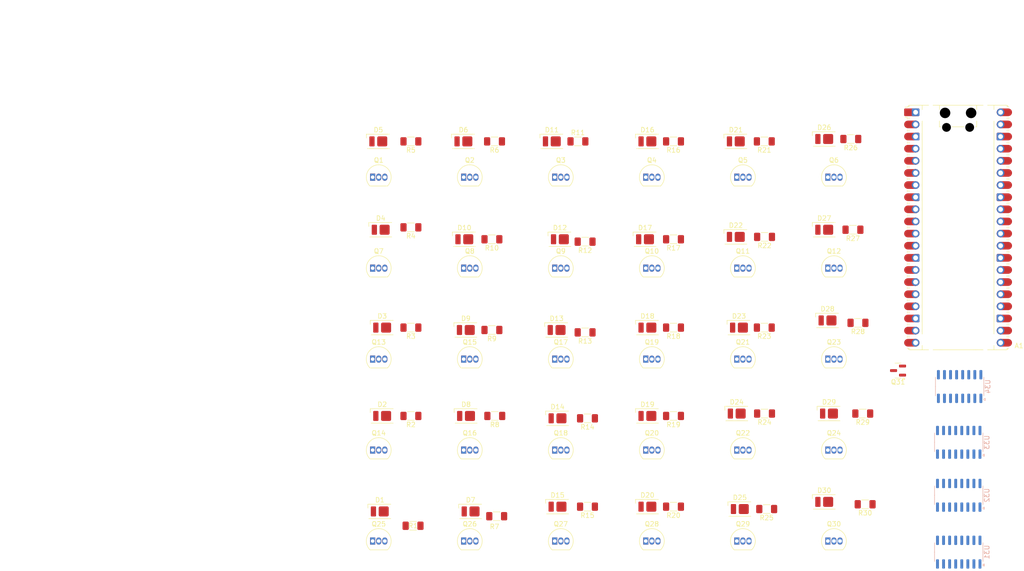
<source format=kicad_pcb>
(kicad_pcb (version 20241229) (generator "pcbnew") (generator_version "9.0")
  (layers (0 "F.Cu" signal) (2 "B.Cu" signal) (13 "F.Paste" user) (15 "B.Paste" user) (5 "F.SilkS" user "F.Silkscreen") (7 "B.SilkS" user "B.Silkscreen") (1 "F.Mask" user) (3 "B.Mask" user) (25 "Edge.Cuts" user))
  (net 0 "")
  (net 3 "Sel_0")
  (net 4 "/GND1")
  (net 5 "Enable_Mux_3")
  (net 6 "Analog_1")
  (net 10 "Net-(A1-GPIO15)")
  (net 17 "Net-(A1-3V3)")
  (net 19 "Analog_0")
  (net 20 "Enable_Mux_2")
  (net 30 "Net-(A1-VSYS)")
  (net 36 "Sel_2")
  (net 37 "Sel_1")
  (net 47 "Analog_2")
  (net 48 "Net-(D1-K)")
  (net 55 "Net-(D1-A)")
  (net 59 "Net-(Q1-B)")
  (net 60 "Net-(Q2-B)")
  (net 61 "Net-(Q3-B)")
  (net 62 "Net-(Q4-B)")
  (net 63 "Net-(Q5-B)")
  (net 64 "Net-(Q6-B)")
  (net 65 "Net-(Q7-B)")
  (net 66 "Net-(Q8-B)")
  (net 67 "Net-(Q9-B)")
  (net 68 "Net-(Q10-B)")
  (net 69 "Net-(Q11-B)")
  (net 70 "Net-(Q12-B)")
  (net 71 "Net-(Q13-B)")
  (net 72 "Net-(Q14-B)")
  (net 73 "Net-(Q15-B)")
  (net 74 "Net-(Q16-B)")
  (net 75 "Net-(Q17-B)")
  (net 76 "Net-(Q18-B)")
  (net 77 "Net-(Q19-B)")
  (net 78 "Net-(Q20-B)")
  (net 79 "Net-(Q21-B)")
  (net 80 "Net-(Q22-B)")
  (net 81 "Net-(Q23-B)")
  (net 82 "Net-(Q24-B)")
  (net 83 "Net-(Q25-B)")
  (net 84 "Net-(Q26-B)")
  (net 85 "Net-(Q27-B)")
  (net 86 "Net-(Q28-B)")
  (net 87 "Net-(Q29-B)")
  (net 88 "Net-(Q30-B)")
  (net 91 "Net-(D2-A)")
  (net 92 "Net-(D3-A)")
  (net 93 "Net-(D4-A)")
  (net 94 "Net-(D5-A)")
  (net 95 "Net-(D6-A)")
  (net 96 "Net-(D7-A)")
  (net 97 "Net-(D8-A)")
  (net 98 "Net-(D9-A)")
  (net 99 "Net-(D10-A)")
  (net 100 "Net-(D11-A)")
  (net 101 "Net-(D12-A)")
  (net 102 "Net-(D13-A)")
  (net 103 "Net-(D14-A)")
  (net 104 "Net-(D15-A)")
  (net 105 "Net-(D16-A)")
  (net 106 "Net-(D17-A)")
  (net 107 "Net-(D18-A)")
  (net 108 "Net-(D19-A)")
  (net 109 "Net-(D20-A)")
  (net 110 "Net-(D21-A)")
  (net 111 "Net-(D22-A)")
  (net 112 "Net-(D23-A)")
  (net 113 "Net-(D24-A)")
  (net 114 "Net-(D25-A)")
  (net 115 "Net-(D26-A)")
  (net 116 "Net-(D27-A)")
  (net 117 "Net-(D28-A)")
  (net 118 "Net-(D29-A)")
  (net 119 "Net-(D30-A)")
  (footprint "LED_SMD:LED_Everlight-SMD3528_3.5x2.8mm_67-21ST" (layer "F.Cu") (at 76.5 49.5)
    (property "Reference" "D11" (at 0 -2.4 0) (layer "F.SilkS"))
    (property "Value" "LED")
    (pad "1" smd roundrect (at -1.34 0) (size 1.1 2.1) (layers "F.Cu" "F.Mask" "F.Paste") (roundrect_rratio 0.15) (net 48 "Net-(D1-K)"))
    (pad "2" smd roundrect (at 0.81 0) (size 2.1 2.1) (layers "F.Cu" "F.Mask" "F.Paste") (roundrect_rratio 0.15) (net 100 "Net-(D11-A)"))
  )
  (footprint "LED_SMD:LED_Everlight-SMD3528_3.5x2.8mm_67-21ST" (layer "F.Cu") (at 77.69 126)
    (property "Reference" "D15" (at 0 -2.4 0) (layer "F.SilkS"))
    (property "Value" "LED")
    (pad "1" smd roundrect (at -1.34 0) (size 1.1 2.1) (layers "F.Cu" "F.Mask" "F.Paste") (roundrect_rratio 0.15) (net 48 "Net-(D1-K)"))
    (pad "2" smd roundrect (at 0.81 0) (size 2.1 2.1) (layers "F.Cu" "F.Mask" "F.Paste") (roundrect_rratio 0.15) (net 104 "Net-(D15-A)"))
  )
  (footprint "Resistor_SMD:R_1206_3216Metric_Pad1.30x1.75mm_HandSolder" (layer "F.Cu") (at 101.95 126 180)
    (property "Reference" "R20" (at 0 -1.83 180) (layer "F.SilkS"))
    (property "Value" "R_Small")
    (pad "1" smd roundrect (at -1.55 0 180) (size 1.3 1.75) (layers "F.Cu" "F.Mask" "F.Paste") (roundrect_rratio 0.192308) (net 30 "Net-(A1-VSYS)"))
    (pad "2" smd roundrect (at 1.55 0 180) (size 1.3 1.75) (layers "F.Cu" "F.Mask" "F.Paste") (roundrect_rratio 0.192308) (net 109 "Net-(D20-A)"))
  )
  (footprint "Package_TO_SOT_THT:TO-92_Inline" (layer "F.Cu") (at 96.15 133.2)
    (property "Reference" "Q28" (at 1.27 -3.56 0) (layer "F.SilkS"))
    (property "Value" "Q_PNP_EBC")
    (pad "1" thru_hole rect (at 0 0) (size 1.05 1.5) (drill 0.75) (layers "*.Cu" "*.Mask") (net 17 "Net-(A1-3V3)"))
    (pad "2" thru_hole oval (at 1.27 0) (size 1.05 1.5) (drill 0.75) (layers "*.Cu" "*.Mask") (net 86 "Net-(Q28-B)"))
    (pad "3" thru_hole oval (at 2.54 0) (size 1.05 1.5) (drill 0.75) (layers "*.Cu" "*.Mask") (net 4 "/GND1"))
  )
  (footprint "LED_SMD:LED_Everlight-SMD3528_3.5x2.8mm_67-21ST" (layer "F.Cu") (at 41 88.5)
    (property "Reference" "D3" (at 0 -2.4 0) (layer "F.SilkS"))
    (property "Value" "LED")
    (pad "1" smd roundrect (at -1.34 0) (size 1.1 2.1) (layers "F.Cu" "F.Mask" "F.Paste") (roundrect_rratio 0.15) (net 48 "Net-(D1-K)"))
    (pad "2" smd roundrect (at 0.81 0) (size 2.1 2.1) (layers "F.Cu" "F.Mask" "F.Paste") (roundrect_rratio 0.15) (net 92 "Net-(D3-A)"))
  )
  (footprint "Package_TO_SOT_THT:TO-92_Inline" (layer "F.Cu") (at 39 95.1)
    (property "Reference" "Q13" (at 1.27 -3.56 0) (layer "F.SilkS"))
    (property "Value" "Q_PNP_EBC")
    (pad "1" thru_hole rect (at 0 0) (size 1.05 1.5) (drill 0.75) (layers "*.Cu" "*.Mask") (net 17 "Net-(A1-3V3)"))
    (pad "2" thru_hole oval (at 1.27 0) (size 1.05 1.5) (drill 0.75) (layers "*.Cu" "*.Mask") (net 71 "Net-(Q13-B)"))
    (pad "3" thru_hole oval (at 2.54 0) (size 1.05 1.5) (drill 0.75) (layers "*.Cu" "*.Mask") (net 4 "/GND1"))
  )
  (footprint "Resistor_SMD:R_1206_3216Metric_Pad1.30x1.75mm_HandSolder" (layer "F.Cu") (at 63.95 89 180)
    (property "Reference" "R9" (at 0 -1.83 180) (layer "F.SilkS"))
    (property "Value" "R_Small")
    (pad "1" smd roundrect (at -1.55 0 180) (size 1.3 1.75) (layers "F.Cu" "F.Mask" "F.Paste") (roundrect_rratio 0.192308) (net 30 "Net-(A1-VSYS)"))
    (pad "2" smd roundrect (at 1.55 0 180) (size 1.3 1.75) (layers "F.Cu" "F.Mask" "F.Paste") (roundrect_rratio 0.192308) (net 98 "Net-(D9-A)"))
  )
  (footprint "Package_TO_SOT_THT:TO-92_Inline" (layer "F.Cu") (at 96.15 95.1)
    (property "Reference" "Q19" (at 1.27 -3.56 0) (layer "F.SilkS"))
    (property "Value" "Q_PNP_EBC")
    (pad "1" thru_hole rect (at 0 0) (size 1.05 1.5) (drill 0.75) (layers "*.Cu" "*.Mask") (net 17 "Net-(A1-3V3)"))
    (pad "2" thru_hole oval (at 1.27 0) (size 1.05 1.5) (drill 0.75) (layers "*.Cu" "*.Mask") (net 77 "Net-(Q19-B)"))
    (pad "3" thru_hole oval (at 2.54 0) (size 1.05 1.5) (drill 0.75) (layers "*.Cu" "*.Mask") (net 4 "/GND1"))
  )
  (footprint "Resistor_SMD:R_1206_3216Metric_Pad1.30x1.75mm_HandSolder" (layer "F.Cu") (at 47 88.5 180)
    (property "Reference" "R3" (at 0 -1.83 180) (layer "F.SilkS"))
    (property "Value" "R_Small")
    (pad "1" smd roundrect (at -1.55 0 180) (size 1.3 1.75) (layers "F.Cu" "F.Mask" "F.Paste") (roundrect_rratio 0.192308) (net 30 "Net-(A1-VSYS)"))
    (pad "2" smd roundrect (at 1.55 0 180) (size 1.3 1.75) (layers "F.Cu" "F.Mask" "F.Paste") (roundrect_rratio 0.192308) (net 92 "Net-(D3-A)"))
  )
  (footprint "Package_TO_SOT_THT:TO-92_Inline" (layer "F.Cu") (at 134.25 76.05)
    (property "Reference" "Q12" (at 1.27 -3.56 0) (layer "F.SilkS"))
    (property "Value" "Q_PNP_EBC")
    (pad "1" thru_hole rect (at 0 0) (size 1.05 1.5) (drill 0.75) (layers "*.Cu" "*.Mask") (net 17 "Net-(A1-3V3)"))
    (pad "2" thru_hole oval (at 1.27 0) (size 1.05 1.5) (drill 0.75) (layers "*.Cu" "*.Mask") (net 70 "Net-(Q12-B)"))
    (pad "3" thru_hole oval (at 2.54 0) (size 1.05 1.5) (drill 0.75) (layers "*.Cu" "*.Mask") (net 4 "/GND1"))
  )
  (footprint "Package_TO_SOT_THT:TO-92_Inline" (layer "F.Cu") (at 134.25 95.1)
    (property "Reference" "Q23" (at 1.27 -3.56 0) (layer "F.SilkS"))
    (property "Value" "Q_PNP_EBC")
    (pad "1" thru_hole rect (at 0 0) (size 1.05 1.5) (drill 0.75) (layers "*.Cu" "*.Mask") (net 17 "Net-(A1-3V3)"))
    (pad "2" thru_hole oval (at 1.27 0) (size 1.05 1.5) (drill 0.75) (layers "*.Cu" "*.Mask") (net 81 "Net-(Q23-B)"))
    (pad "3" thru_hole oval (at 2.54 0) (size 1.05 1.5) (drill 0.75) (layers "*.Cu" "*.Mask") (net 4 "/GND1"))
  )
  (footprint "LED_SMD:LED_Everlight-SMD3528_3.5x2.8mm_67-21ST" (layer "F.Cu") (at 133.5 68)
    (property "Reference" "D27" (at 0 -2.4 0) (layer "F.SilkS"))
    (property "Value" "LED")
    (pad "1" smd roundrect (at -1.34 0) (size 1.1 2.1) (layers "F.Cu" "F.Mask" "F.Paste") (roundrect_rratio 0.15) (net 48 "Net-(D1-K)"))
    (pad "2" smd roundrect (at 0.81 0) (size 2.1 2.1) (layers "F.Cu" "F.Mask" "F.Paste") (roundrect_rratio 0.15) (net 116 "Net-(D27-A)"))
  )
  (footprint "LED_SMD:LED_Everlight-SMD3528_3.5x2.8mm_67-21ST" (layer "F.Cu") (at 58 49.5)
    (property "Reference" "D6" (at 0 -2.4 0) (layer "F.SilkS"))
    (property "Value" "LED")
    (pad "1" smd roundrect (at -1.34 0) (size 1.1 2.1) (layers "F.Cu" "F.Mask" "F.Paste") (roundrect_rratio 0.15) (net 48 "Net-(D1-K)"))
    (pad "2" smd roundrect (at 0.81 0) (size 2.1 2.1) (layers "F.Cu" "F.Mask" "F.Paste") (roundrect_rratio 0.15) (net 95 "Net-(D6-A)"))
  )
  (footprint "Resistor_SMD:R_1206_3216Metric_Pad1.30x1.75mm_HandSolder" (layer "F.Cu") (at 64.5 49.5 180)
    (property "Reference" "R6" (at 0 -1.83 180) (layer "F.SilkS"))
    (property "Value" "R_Small")
    (pad "1" smd roundrect (at -1.55 0 180) (size 1.3 1.75) (layers "F.Cu" "F.Mask" "F.Paste") (roundrect_rratio 0.192308) (net 30 "Net-(A1-VSYS)"))
    (pad "2" smd roundrect (at 1.55 0 180) (size 1.3 1.75) (layers "F.Cu" "F.Mask" "F.Paste") (roundrect_rratio 0.192308) (net 95 "Net-(D6-A)"))
  )
  (footprint "LED_SMD:LED_Everlight-SMD3528_3.5x2.8mm_67-21ST" (layer "F.Cu") (at 96.5 126)
    (property "Reference" "D20" (at 0 -2.4 0) (layer "F.SilkS"))
    (property "Value" "LED")
    (pad "1" smd roundrect (at -1.34 0) (size 1.1 2.1) (layers "F.Cu" "F.Mask" "F.Paste") (roundrect_rratio 0.15) (net 48 "Net-(D1-K)"))
    (pad "2" smd roundrect (at 0.81 0) (size 2.1 2.1) (layers "F.Cu" "F.Mask" "F.Paste") (roundrect_rratio 0.15) (net 109 "Net-(D20-A)"))
  )
  (footprint "Package_TO_SOT_THT:TO-92_Inline" (layer "F.Cu") (at 39 114.15)
    (property "Reference" "Q14" (at 1.27 -3.56 0) (layer "F.SilkS"))
    (property "Value" "Q_PNP_EBC")
    (pad "1" thru_hole rect (at 0 0) (size 1.05 1.5) (drill 0.75) (layers "*.Cu" "*.Mask") (net 17 "Net-(A1-3V3)"))
    (pad "2" thru_hole oval (at 1.27 0) (size 1.05 1.5) (drill 0.75) (layers "*.Cu" "*.Mask") (net 72 "Net-(Q14-B)"))
    (pad "3" thru_hole oval (at 2.54 0) (size 1.05 1.5) (drill 0.75) (layers "*.Cu" "*.Mask") (net 4 "/GND1"))
  )
  (footprint "Resistor_SMD:R_1206_3216Metric_Pad1.30x1.75mm_HandSolder" (layer "F.Cu") (at 64.95 128 180)
    (property "Reference" "R7" (at 0.45 -2.19 180) (layer "F.SilkS"))
    (property "Value" "R_Small" (hide yes))
    (pad "1" smd roundrect (at -1.55 0 180) (size 1.3 1.75) (layers "F.Cu" "F.Mask" "F.Paste") (roundrect_rratio 0.192308) (net 30 "Net-(A1-VSYS)"))
    (pad "2" smd roundrect (at 1.55 0 180) (size 1.3 1.75) (layers "F.Cu" "F.Mask" "F.Paste") (roundrect_rratio 0.192308) (net 96 "Net-(D7-A)"))
  )
  (footprint "Resistor_SMD:R_1206_3216Metric_Pad1.30x1.75mm_HandSolder" (layer "F.Cu") (at 83.95 107.5 180)
    (property "Reference" "R14" (at 0 -1.83 180) (layer "F.SilkS"))
    (property "Value" "R_Small")
    (pad "1" smd roundrect (at -1.55 0 180) (size 1.3 1.75) (layers "F.Cu" "F.Mask" "F.Paste") (roundrect_rratio 0.192308) (net 30 "Net-(A1-VSYS)"))
    (pad "2" smd roundrect (at 1.55 0 180) (size 1.3 1.75) (layers "F.Cu" "F.Mask" "F.Paste") (roundrect_rratio 0.192308) (net 103 "Net-(D14-A)"))
  )
  (footprint "Resistor_SMD:R_1206_3216Metric_Pad1.30x1.75mm_HandSolder" (layer "F.Cu") (at 63.95 70 180)
    (property "Reference" "R10" (at 0 -1.83 180) (layer "F.SilkS"))
    (property "Value" "R_Small")
    (pad "1" smd roundrect (at -1.55 0 180) (size 1.3 1.75) (layers "F.Cu" "F.Mask" "F.Paste") (roundrect_rratio 0.192308) (net 30 "Net-(A1-VSYS)"))
    (pad "2" smd roundrect (at 1.55 0 180) (size 1.3 1.75) (layers "F.Cu" "F.Mask" "F.Paste") (roundrect_rratio 0.192308) (net 99 "Net-(D10-A)"))
  )
  (footprint "LED_SMD:LED_Everlight-SMD3528_3.5x2.8mm_67-21ST" (layer "F.Cu") (at 115 49.5)
    (property "Reference" "D21" (at 0 -2.4 0) (layer "F.SilkS"))
    (property "Value" "LED")
    (pad "1" smd roundrect (at -1.34 0) (size 1.1 2.1) (layers "F.Cu" "F.Mask" "F.Paste") (roundrect_rratio 0.15) (net 48 "Net-(D1-K)"))
    (pad "2" smd roundrect (at 0.81 0) (size 2.1 2.1) (layers "F.Cu" "F.Mask" "F.Paste") (roundrect_rratio 0.15) (net 110 "Net-(D21-A)"))
  )
  (footprint "LED_SMD:LED_Everlight-SMD3528_3.5x2.8mm_67-21ST" (layer "F.Cu") (at 77.5 89)
    (property "Reference" "D13" (at 0 -2.4 0) (layer "F.SilkS"))
    (property "Value" "LED")
    (pad "1" smd roundrect (at -1.34 0) (size 1.1 2.1) (layers "F.Cu" "F.Mask" "F.Paste") (roundrect_rratio 0.15) (net 48 "Net-(D1-K)"))
    (pad "2" smd roundrect (at 0.81 0) (size 2.1 2.1) (layers "F.Cu" "F.Mask" "F.Paste") (roundrect_rratio 0.15) (net 102 "Net-(D13-A)"))
  )
  (footprint "Package_TO_SOT_THT:TO-92_Inline" (layer "F.Cu") (at 77.1 133.2)
    (property "Reference" "Q27" (at 1.27 -3.56 0) (layer "F.SilkS"))
    (property "Value" "Q_PNP_EBC")
    (pad "1" thru_hole rect (at 0 0) (size 1.05 1.5) (drill 0.75) (layers "*.Cu" "*.Mask") (net 17 "Net-(A1-3V3)"))
    (pad "2" thru_hole oval (at 1.27 0) (size 1.05 1.5) (drill 0.75) (layers "*.Cu" "*.Mask") (net 85 "Net-(Q27-B)"))
    (pad "3" thru_hole oval (at 2.54 0) (size 1.05 1.5) (drill 0.75) (layers "*.Cu" "*.Mask") (net 4 "/GND1"))
  )
  (footprint "LED_SMD:LED_Everlight-SMD3528_3.5x2.8mm_67-21ST" (layer "F.Cu") (at 115.66 88.5)
    (property "Reference" "D23" (at 0 -2.4 0) (layer "F.SilkS"))
    (property "Value" "LED")
    (pad "1" smd roundrect (at -1.34 0) (size 1.1 2.1) (layers "F.Cu" "F.Mask" "F.Paste") (roundrect_rratio 0.15) (net 48 "Net-(D1-K)"))
    (pad "2" smd roundrect (at 0.81 0) (size 2.1 2.1) (layers "F.Cu" "F.Mask" "F.Paste") (roundrect_rratio 0.15) (net 112 "Net-(D23-A)"))
  )
  (footprint "Resistor_SMD:R_1206_3216Metric_Pad1.30x1.75mm_HandSolder" (layer "F.Cu") (at 140.55 87.5 180)
    (property "Reference" "R28" (at 0 -1.83 180) (layer "F.SilkS"))
    (property "Value" "R_Small")
    (pad "1" smd roundrect (at -1.55 0 180) (size 1.3 1.75) (layers "F.Cu" "F.Mask" "F.Paste") (roundrect_rratio 0.192308) (net 30 "Net-(A1-VSYS)"))
    (pad "2" smd roundrect (at 1.55 0 180) (size 1.3 1.75) (layers "F.Cu" "F.Mask" "F.Paste") (roundrect_rratio 0.192308) (net 117 "Net-(D28-A)"))
  )
  (footprint "LED_SMD:LED_Everlight-SMD3528_3.5x2.8mm_67-21ST" (layer "F.Cu") (at 58.5 89)
    (property "Reference" "D9" (at 0 -2.4 0) (layer "F.SilkS"))
    (property "Value" "LED")
    (pad "1" smd roundrect (at -1.34 0) (size 1.1 2.1) (layers "F.Cu" "F.Mask" "F.Paste") (roundrect_rratio 0.15) (net 48 "Net-(D1-K)"))
    (pad "2" smd roundrect (at 0.81 0) (size 2.1 2.1) (layers "F.Cu" "F.Mask" "F.Paste") (roundrect_rratio 0.15) (net 98 "Net-(D9-A)"))
  )
  (footprint "LED_SMD:LED_Everlight-SMD3528_3.5x2.8mm_67-21ST" (layer "F.Cu") (at 115 69.5)
    (property "Reference" "D22" (at 0 -2.4 0) (layer "F.SilkS"))
    (property "Value" "LED")
    (pad "1" smd roundrect (at -1.34 0) (size 1.1 2.1) (layers "F.Cu" "F.Mask" "F.Paste") (roundrect_rratio 0.15) (net 48 "Net-(D1-K)"))
    (pad "2" smd roundrect (at 0.81 0) (size 2.1 2.1) (layers "F.Cu" "F.Mask" "F.Paste") (roundrect_rratio 0.15) (net 111 "Net-(D22-A)"))
  )
  (footprint "LED_SMD:LED_Everlight-SMD3528_3.5x2.8mm_67-21ST" (layer "F.Cu") (at 41 107)
    (property "Reference" "D2" (at 0 -2.4 0) (layer "F.SilkS"))
    (property "Value" "LED")
    (pad "1" smd roundrect (at -1.34 0) (size 1.1 2.1) (layers "F.Cu" "F.Mask" "F.Paste") (roundrect_rratio 0.15) (net 48 "Net-(D1-K)"))
    (pad "2" smd roundrect (at 0.81 0) (size 2.1 2.1) (layers "F.Cu" "F.Mask" "F.Paste") (roundrect_rratio 0.15) (net 91 "Net-(D2-A)"))
  )
  (footprint "Resistor_SMD:R_1206_3216Metric_Pad1.30x1.75mm_HandSolder" (layer "F.Cu") (at 47 67.5 180)
    (property "Reference" "R4" (at 0 -1.83 180) (layer "F.SilkS"))
    (property "Value" "R_Small")
    (pad "1" smd roundrect (at -1.55 0 180) (size 1.3 1.75) (layers "F.Cu" "F.Mask" "F.Paste") (roundrect_rratio 0.192308) (net 30 "Net-(A1-VSYS)"))
    (pad "2" smd roundrect (at 1.55 0 180) (size 1.3 1.75) (layers "F.Cu" "F.Mask" "F.Paste") (roundrect_rratio 0.192308) (net 93 "Net-(D4-A)"))
  )
  (footprint "Package_TO_SOT_THT:TO-92_Inline" (layer "F.Cu") (at 134.25 57)
    (property "Reference" "Q6" (at 1.27 -3.56 0) (layer "F.SilkS"))
    (property "Value" "Q_PNP_EBC")
    (pad "1" thru_hole rect (at 0 0) (size 1.05 1.5) (drill 0.75) (layers "*.Cu" "*.Mask") (net 17 "Net-(A1-3V3)"))
    (pad "2" thru_hole oval (at 1.27 0) (size 1.05 1.5) (drill 0.75) (layers "*.Cu" "*.Mask") (net 64 "Net-(Q6-B)"))
    (pad "3" thru_hole oval (at 2.54 0) (size 1.05 1.5) (drill 0.75) (layers "*.Cu" "*.Mask") (net 4 "/GND1"))
  )
  (footprint "Package_TO_SOT_THT:TO-92_Inline" (layer "F.Cu") (at 96.15 57)
    (property "Reference" "Q4" (at 1.27 -3.56 0) (layer "F.SilkS"))
    (property "Value" "Q_PNP_EBC")
    (pad "1" thru_hole rect (at 0 0) (size 1.05 1.5) (drill 0.75) (layers "*.Cu" "*.Mask") (net 17 "Net-(A1-3V3)"))
    (pad "2" thru_hole oval (at 1.27 0) (size 1.05 1.5) (drill 0.75) (layers "*.Cu" "*.Mask") (net 62 "Net-(Q4-B)"))
    (pad "3" thru_hole oval (at 2.54 0) (size 1.05 1.5) (drill 0.75) (layers "*.Cu" "*.Mask") (net 4 "/GND1"))
  )
  (footprint "Package_TO_SOT_THT:TO-92_Inline" (layer "F.Cu") (at 134.25 114.15)
    (property "Reference" "Q24" (at 1.27 -3.56 0) (layer "F.SilkS"))
    (property "Value" "Q_PNP_EBC")
    (pad "1" thru_hole rect (at 0 0) (size 1.05 1.5) (drill 0.75) (layers "*.Cu" "*.Mask") (net 17 "Net-(A1-3V3)"))
    (pad "2" thru_hole oval (at 1.27 0) (size 1.05 1.5) (drill 0.75) (layers "*.Cu" "*.Mask") (net 82 "Net-(Q24-B)"))
    (pad "3" thru_hole oval (at 2.54 0) (size 1.05 1.5) (drill 0.75) (layers "*.Cu" "*.Mask") (net 4 "/GND1"))
  )
  (footprint "Package_TO_SOT_THT:TO-92_Inline" (layer "F.Cu") (at 115.2 95.1)
    (property "Reference" "Q21" (at 1.27 -3.56 0) (layer "F.SilkS"))
    (property "Value" "Q_PNP_EBC")
    (pad "1" thru_hole rect (at 0 0) (size 1.05 1.5) (drill 0.75) (layers "*.Cu" "*.Mask") (net 17 "Net-(A1-3V3)"))
    (pad "2" thru_hole oval (at 1.27 0) (size 1.05 1.5) (drill 0.75) (layers "*.Cu" "*.Mask") (net 79 "Net-(Q21-B)"))
    (pad "3" thru_hole oval (at 2.54 0) (size 1.05 1.5) (drill 0.75) (layers "*.Cu" "*.Mask") (net 4 "/GND1"))
  )
  (footprint "Resistor_SMD:R_1206_3216Metric_Pad1.30x1.75mm_HandSolder" (layer "F.Cu") (at 101.95 70 180)
    (property "Reference" "R17" (at 0 -1.83 180) (layer "F.SilkS"))
    (property "Value" "R_Small")
    (pad "1" smd roundrect (at -1.55 0 180) (size 1.3 1.75) (layers "F.Cu" "F.Mask" "F.Paste") (roundrect_rratio 0.192308) (net 30 "Net-(A1-VSYS)"))
    (pad "2" smd roundrect (at 1.55 0 180) (size 1.3 1.75) (layers "F.Cu" "F.Mask" "F.Paste") (roundrect_rratio 0.192308) (net 106 "Net-(D17-A)"))
  )
  (footprint "Resistor_SMD:R_1206_3216Metric_Pad1.30x1.75mm_HandSolder" (layer "F.Cu") (at 139.05 49 180)
    (property "Reference" "R26" (at 0 -1.83 180) (layer "F.SilkS"))
    (property "Value" "R_Small")
    (pad "1" smd roundrect (at -1.55 0 180) (size 1.3 1.75) (layers "F.Cu" "F.Mask" "F.Paste") (roundrect_rratio 0.192308) (net 30 "Net-(A1-VSYS)"))
    (pad "2" smd roundrect (at 1.55 0 180) (size 1.3 1.75) (layers "F.Cu" "F.Mask" "F.Paste") (roundrect_rratio 0.192308) (net 115 "Net-(D26-A)"))
  )
  (footprint "Package_TO_SOT_THT:TO-92_Inline" (layer "F.Cu") (at 77.1 76.05)
    (property "Reference" "Q9" (at 1.27 -3.56 0) (layer "F.SilkS"))
    (property "Value" "Q_PNP_EBC")
    (pad "1" thru_hole rect (at 0 0) (size 1.05 1.5) (drill 0.75) (layers "*.Cu" "*.Mask") (net 17 "Net-(A1-3V3)"))
    (pad "2" thru_hole oval (at 1.27 0) (size 1.05 1.5) (drill 0.75) (layers "*.Cu" "*.Mask") (net 67 "Net-(Q9-B)"))
    (pad "3" thru_hole oval (at 2.54 0) (size 1.05 1.5) (drill 0.75) (layers "*.Cu" "*.Mask") (net 4 "/GND1"))
  )
  (footprint "Package_TO_SOT_THT:TO-92_Inline" (layer "F.Cu") (at 134.25 133.2)
    (property "Reference" "Q30" (at 1.27 -3.56 0) (layer "F.SilkS"))
    (property "Value" "Q_PNP_EBC")
    (pad "1" thru_hole rect (at 0 0) (size 1.05 1.5) (drill 0.75) (layers "*.Cu" "*.Mask") (net 17 "Net-(A1-3V3)"))
    (pad "2" thru_hole oval (at 1.27 0) (size 1.05 1.5) (drill 0.75) (layers "*.Cu" "*.Mask") (net 88 "Net-(Q30-B)"))
    (pad "3" thru_hole oval (at 2.54 0) (size 1.05 1.5) (drill 0.75) (layers "*.Cu" "*.Mask") (net 4 "/GND1"))
  )
  (footprint "LED_SMD:LED_Everlight-SMD3528_3.5x2.8mm_67-21ST" (layer "F.Cu") (at 115.19 106.5)
    (property "Reference" "D24" (at 0 -2.4 0) (layer "F.SilkS"))
    (property "Value" "LED")
    (pad "1" smd roundrect (at -1.34 0) (size 1.1 2.1) (layers "F.Cu" "F.Mask" "F.Paste") (roundrect_rratio 0.15) (net 48 "Net-(D1-K)"))
    (pad "2" smd roundrect (at 0.81 0) (size 2.1 2.1) (layers "F.Cu" "F.Mask" "F.Paste") (roundrect_rratio 0.15) (net 113 "Net-(D24-A)"))
  )
  (footprint "LED_SMD:LED_Everlight-SMD3528_3.5x2.8mm_67-21ST" (layer "F.Cu") (at 59.5 127)
    (property "Reference" "D7" (at 0 -2.4 0) (layer "F.SilkS"))
    (property "Value" "LED")
    (pad "1" smd roundrect (at -1.34 0) (size 1.1 2.1) (layers "F.Cu" "F.Mask" "F.Paste") (roundrect_rratio 0.15) (net 48 "Net-(D1-K)"))
    (pad "2" smd roundrect (at 0.81 0) (size 2.1 2.1) (layers "F.Cu" "F.Mask" "F.Paste") (roundrect_rratio 0.15) (net 96 "Net-(D7-A)"))
  )
  (footprint "Resistor_SMD:R_1206_3216Metric_Pad1.30x1.75mm_HandSolder" (layer "F.Cu") (at 47.45 130 180)
    (property "Reference" "R1" (at 0 0 180) (layer "F.SilkS"))
    (property "Value" "R_Small" (hide yes))
    (pad "1" smd roundrect (at -1.55 0 180) (size 1.3 1.75) (layers "F.Cu" "F.Mask" "F.Paste") (roundrect_rratio 0.192308) (net 30 "Net-(A1-VSYS)"))
    (pad "2" smd roundrect (at 1.55 0 180) (size 1.3 1.75) (layers "F.Cu" "F.Mask" "F.Paste") (roundrect_rratio 0.192308) (net 55 "Net-(D1-A)"))
  )
  (footprint "LED_SMD:LED_Everlight-SMD3528_3.5x2.8mm_67-21ST" (layer "F.Cu") (at 96 70)
    (property "Reference" "D17" (at 0 -2.4 0) (layer "F.SilkS"))
    (property "Value" "LED")
    (pad "1" smd roundrect (at -1.34 0) (size 1.1 2.1) (layers "F.Cu" "F.Mask" "F.Paste") (roundrect_rratio 0.15) (net 48 "Net-(D1-K)"))
    (pad "2" smd roundrect (at 0.81 0) (size 2.1 2.1) (layers "F.Cu" "F.Mask" "F.Paste") (roundrect_rratio 0.15) (net 106 "Net-(D17-A)"))
  )
  (footprint "LED_SMD:LED_Everlight-SMD3528_3.5x2.8mm_67-21ST" (layer "F.Cu") (at 58.55 107)
    (property "Reference" "D8" (at 0 -2.4 0) (layer "F.SilkS"))
    (property "Value" "LED")
    (pad "1" smd roundrect (at -1.34 0) (size 1.1 2.1) (layers "F.Cu" "F.Mask" "F.Paste") (roundrect_rratio 0.15) (net 48 "Net-(D1-K)"))
    (pad "2" smd roundrect (at 0.81 0) (size 2.1 2.1) (layers "F.Cu" "F.Mask" "F.Paste") (roundrect_rratio 0.15) (net 97 "Net-(D8-A)"))
  )
  (footprint "Resistor_SMD:R_1206_3216Metric_Pad1.30x1.75mm_HandSolder" (layer "F.Cu") (at 64.55 107 180)
    (property "Reference" "R8" (at 0 -1.83 180) (layer "F.SilkS"))
    (property "Value" "R_Small")
    (pad "1" smd roundrect (at -1.55 0 180) (size 1.3 1.75) (layers "F.Cu" "F.Mask" "F.Paste") (roundrect_rratio 0.192308) (net 30 "Net-(A1-VSYS)"))
    (pad "2" smd roundrect (at 1.55 0 180) (size 1.3 1.75) (layers "F.Cu" "F.Mask" "F.Paste") (roundrect_rratio 0.192308) (net 97 "Net-(D8-A)"))
  )
  (footprint "Resistor_SMD:R_1206_3216Metric_Pad1.30x1.75mm_HandSolder" (layer "F.Cu") (at 142.05 125.5 180)
    (property "Reference" "R30" (at 0 -1.83 180) (layer "F.SilkS"))
    (property "Value" "R_Small")
    (pad "1" smd roundrect (at -1.55 0 180) (size 1.3 1.75) (layers "F.Cu" "F.Mask" "F.Paste") (roundrect_rratio 0.192308) (net 30 "Net-(A1-VSYS)"))
    (pad "2" smd roundrect (at 1.55 0 180) (size 1.3 1.75) (layers "F.Cu" "F.Mask" "F.Paste") (roundrect_rratio 0.192308) (net 119 "Net-(D30-A)"))
  )
  (footprint "Resistor_SMD:R_1206_3216Metric_Pad1.30x1.75mm_HandSolder" (layer "F.Cu") (at 121 106.5 180)
    (property "Reference" "R24" (at 0 -1.83 180) (layer "F.SilkS"))
    (property "Value" "R_Small")
    (pad "1" smd roundrect (at -1.55 0 180) (size 1.3 1.75) (layers "F.Cu" "F.Mask" "F.Paste") (roundrect_rratio 0.192308) (net 30 "Net-(A1-VSYS)"))
    (pad "2" smd roundrect (at 1.55 0 180) (size 1.3 1.75) (layers "F.Cu" "F.Mask" "F.Paste") (roundrect_rratio 0.192308) (net 113 "Net-(D24-A)"))
  )
  (footprint "Resistor_SMD:R_1206_3216Metric_Pad1.30x1.75mm_HandSolder" (layer "F.Cu") (at 121.45 126.5 180)
    (property "Reference" "R25" (at 0 -1.83 180) (layer "F.SilkS"))
    (property "Value" "R_Small")
    (pad "1" smd roundrect (at -1.55 0 180) (size 1.3 1.75) (layers "F.Cu" "F.Mask" "F.Paste") (roundrect_rratio 0.192308) (net 30 "Net-(A1-VSYS)"))
    (pad "2" smd roundrect (at 1.55 0 180) (size 1.3 1.75) (layers "F.Cu" "F.Mask" "F.Paste") (roundrect_rratio 0.192308) (net 114 "Net-(D25-A)"))
  )
  (footprint "LED_SMD:LED_Everlight-SMD3528_3.5x2.8mm_67-21ST" (layer "F.Cu") (at 96.5 107)
    (property "Reference" "D19" (at 0 -2.4 0) (layer "F.SilkS"))
    (property "Value" "LED")
    (pad "1" smd roundrect (at -1.34 0) (size 1.1 2.1) (layers "F.Cu" "F.Mask" "F.Paste") (roundrect_rratio 0.15) (net 48 "Net-(D1-K)"))
    (pad "2" smd roundrect (at 0.81 0) (size 2.1 2.1) (layers "F.Cu" "F.Mask" "F.Paste") (roundrect_rratio 0.15) (net 108 "Net-(D19-A)"))
  )
  (footprint "Module:RaspberryPi_Pico_Common_Unspecified" (layer "F.Cu") (at 161.5 67.5375)
    (property "Reference" "A1" (at 11.7475 24.765 0) (layer "F.SilkS") (effects (justify left)))
    (property "Value" "RaspberryPi_Pico")
    (pad "" np_thru_hole circle (at -2.725 -24) (size 2.2 2.2) (drill 2.2) (layers "*.Mask"))
    (pad "" np_thru_hole circle (at -2.425 -20.97) (size 1.85 1.85) (drill 1.85) (layers "*.Mask"))
    (pad "" np_thru_hole circle (at 2.425 -20.97) (size 1.85 1.85) (drill 1.85) (layers "*.Mask"))
    (pad "" np_thru_hole circle (at 2.725 -24) (size 2.2 2.2) (drill 2.2) (layers "*.Mask"))
    (pad "1" smd custom (at -9.69 -24.13) (size 1.6 0.8) (layers "F.Cu" "F.Mask") (options (clearance outline) (anchor rect)) (primitives (gr_circle (center 0.8 0) (end 1.6 0) (width 0) (fill yes)) (gr_poly (pts (xy -1.6 -0.6) (xy -1.6 0.6) (xy -1.4 0.8) (xy 0.8 0.8) (xy 0.8 -0.8) (xy -1.4 -0.8)) (width 0) (fill yes)) (gr_circle (center -1.4 -0.6) (end -1.2 -0.6) (width 0) (fill yes)) (gr_circle (center -1.4 0.6) (end -1.2 0.6) (width 0) (fill yes))))
    (pad "1" thru_hole roundrect (at -8.89 -24.13) (size 1.6 1.6) (drill 1) (layers "*.Cu" "*.Mask") (roundrect_rratio 0.125))
    (pad "2" smd roundrect (at -9.69 -21.59) (size 3.2 1.6) (layers "F.Cu" "F.Mask") (roundrect_rratio 0.5))
    (pad "2" thru_hole circle (at -8.89 -21.59) (size 1.6 1.6) (drill 1) (layers "*.Cu" "*.Mask"))
    (pad "3" smd custom (at -9.69 -19.05) (size 1.6 0.8) (layers "F.Cu" "F.Mask") (net 4 "/GND1") (options (clearance outline) (anchor rect)) (primitives (gr_circle (center -0.8 0) (end 0 0) (width 0) (fill yes)) (gr_poly (pts (xy 1.6 -0.6) (xy 1.6 0.6) (xy 1.4 0.8) (xy -0.8 0.8) (xy -0.8 -0.8) (xy 1.4 -0.8)) (width 0) (fill yes)) (gr_circle (center 1.4 -0.6) (end 1.6 -0.6) (width 0) (fill yes)) (gr_circle (center 1.4 0.6) (end 1.6 0.6) (width 0) (fill yes))))
    (pad "3" thru_hole custom (at -8.89 -19.05) (size 1.6 1.6) (drill 1) (layers "*.Cu" "*.Mask") (net 4 "/GND1") (options (clearance outline) (anchor circle)) (primitives (gr_poly (pts (xy 0.8 0.6) (xy 0.8 -0.6) (xy 0.6 -0.8) (xy 0 -0.8) (xy 0 0.8) (xy 0.6 0.8)) (width 0) (fill yes)) (gr_circle (center 0.6 0.6) (end 0.8 0.6) (width 0) (fill yes)) (gr_circle (center 0.6 -0.6) (end 0.8 -0.6) (width 0) (fill yes))))
    (pad "4" smd roundrect (at -9.69 -16.51) (size 3.2 1.6) (layers "F.Cu" "F.Mask") (roundrect_rratio 0.5))
    (pad "4" thru_hole circle (at -8.89 -16.51) (size 1.6 1.6) (drill 1) (layers "*.Cu" "*.Mask"))
    (pad "5" smd roundrect (at -9.69 -13.97) (size 3.2 1.6) (layers "F.Cu" "F.Mask") (roundrect_rratio 0.5) (net 3 "Sel_0"))
    (pad "5" thru_hole circle (at -8.89 -13.97) (size 1.6 1.6) (drill 1) (layers "*.Cu" "*.Mask") (net 3 "Sel_0"))
    (pad "6" smd roundrect (at -9.69 -11.43) (size 3.2 1.6) (layers "F.Cu" "F.Mask") (roundrect_rratio 0.5) (net 37 "Sel_1"))
    (pad "6" thru_hole circle (at -8.89 -11.43) (size 1.6 1.6) (drill 1) (layers "*.Cu" "*.Mask") (net 37 "Sel_1"))
    (pad "7" smd roundrect (at -9.69 -8.89) (size 3.2 1.6) (layers "F.Cu" "F.Mask") (roundrect_rratio 0.5) (net 36 "Sel_2"))
    (pad "7" thru_hole circle (at -8.89 -8.89) (size 1.6 1.6) (drill 1) (layers "*.Cu" "*.Mask") (net 36 "Sel_2"))
    (pad "8" smd custom (at -9.69 -6.35) (size 1.6 0.8) (layers "F.Cu" "F.Mask") (net 4 "/GND1") (options (clearance outline) (anchor rect)) (primitives (gr_circle (center -0.8 0) (end 0 0) (width 0) (fill yes)) (gr_poly (pts (xy 1.6 -0.6) (xy 1.6 0.6) (xy 1.4 0.8) (xy -0.8 0.8) (xy -0.8 -0.8) (xy 1.4 -0.8)) (width 0) (fill yes)) (gr_circle (center 1.4 -0.6) (end 1.6 -0.6) (width 0) (fill yes)) (gr_circle (center 1.4 0.6) (end 1.6 0.6) (width 0) (fill yes))))
    (pad "8" thru_hole custom (at -8.89 -6.35) (size 1.6 1.6) (drill 1) (layers "*.Cu" "*.Mask") (net 4 "/GND1") (options (clearance outline) (anchor circle)) (primitives (gr_poly (pts (xy 0.8 0.6) (xy 0.8 -0.6) (xy 0.6 -0.8) (xy 0 -0.8) (xy 0 0.8) (xy 0.6 0.8)) (width 0) (fill yes)) (gr_circle (center 0.6 0.6) (end 0.8 0.6) (width 0) (fill yes)) (gr_circle (center 0.6 -0.6) (end 0.8 -0.6) (width 0) (fill yes))))
    (pad "9" smd roundrect (at -9.69 -3.81) (size 3.2 1.6) (layers "F.Cu" "F.Mask") (roundrect_rratio 0.5) (net 20 "Enable_Mux_2"))
    (pad "9" thru_hole circle (at -8.89 -3.81) (size 1.6 1.6) (drill 1) (layers "*.Cu" "*.Mask") (net 20 "Enable_Mux_2"))
    (pad "10" smd roundrect (at -9.69 -1.27) (size 3.2 1.6) (layers "F.Cu" "F.Mask") (roundrect_rratio 0.5) (net 5 "Enable_Mux_3"))
    (pad "10" thru_hole circle (at -8.89 -1.27) (size 1.6 1.6) (drill 1) (layers "*.Cu" "*.Mask") (net 5 "Enable_Mux_3"))
    (pad "11" smd roundrect (at -9.69 1.27) (size 3.2 1.6) (layers "F.Cu" "F.Mask") (roundrect_rratio 0.5))
    (pad "11" thru_hole circle (at -8.89 1.27) (size 1.6 1.6) (drill 1) (layers "*.Cu" "*.Mask"))
    (pad "12" smd roundrect (at -9.69 3.81) (size 3.2 1.6) (layers "F.Cu" "F.Mask") (roundrect_rratio 0.5))
    (pad "12" thru_hole circle (at -8.89 3.81) (size 1.6 1.6) (drill 1) (layers "*.Cu" "*.Mask"))
    (pad "13" smd custom (at -9.69 6.35) (size 1.6 0.8) (layers "F.Cu" "F.Mask") (net 4 "/GND1") (options (clearance outline) (anchor rect)) (primitives (gr_circle (center -0.8 0) (end 0 0) (width 0) (fill yes)) (gr_poly (pts (xy 1.6 -0.6) (xy 1.6 0.6) (xy 1.4 0.8) (xy -0.8 0.8) (xy -0.8 -0.8) (xy 1.4 -0.8)) (width 0) (fill yes)) (gr_circle (center 1.4 -0.6) (end 1.6 -0.6) (width 0) (fill yes)) (gr_circle (center 1.4 0.6) (end 1.6 0.6) (width 0) (fill yes))))
    (pad "13" thru_hole custom (at -8.89 6.35) (size 1.6 1.6) (drill 1) (layers "*.Cu" "*.Mask") (net 4 "/GND1") (options (clearance outline) (anchor circle)) (primitives (gr_poly (pts (xy 0.8 0.6) (xy 0.8 -0.6) (xy 0.6 -0.8) (xy 0 -0.8) (xy 0 0.8) (xy 0.6 0.8)) (width 0) (fill yes)) (gr_circle (center 0.6 0.6) (end 0.8 0.6) (width 0) (fill yes)) (gr_circle (center 0.6 -0.6) (end 0.8 -0.6) (width 0) (fill yes))))
    (pad "14" smd roundrect (at -9.69 8.89) (size 3.2 1.6) (layers "F.Cu" "F.Mask") (roundrect_rratio 0.5))
    (pad "14" thru_hole circle (at -8.89 8.89) (size 1.6 1.6) (drill 1) (layers "*.Cu" "*.Mask"))
    (pad "15" smd roundrect (at -9.69 11.43) (size 3.2 1.6) (layers "F.Cu" "F.Mask") (roundrect_rratio 0.5))
    (pad "15" thru_hole circle (at -8.89 11.43) (size 1.6 1.6) (drill 1) (layers "*.Cu" "*.Mask"))
    (pad "16" smd roundrect (at -9.69 13.97) (size 3.2 1.6) (layers "F.Cu" "F.Mask") (roundrect_rratio 0.5))
    (pad "16" thru_hole circle (at -8.89 13.97) (size 1.6 1.6) (drill 1) (layers "*.Cu" "*.Mask"))
    (pad "17" smd roundrect (at -9.69 16.51) (size 3.2 1.6) (layers "F.Cu" "F.Mask") (roundrect_rratio 0.5))
    (pad "17" thru_hole circle (at -8.89 16.51) (size 1.6 1.6) (drill 1) (layers "*.Cu" "*.Mask"))
    (pad "18" smd custom (at -9.69 19.05) (size 1.6 0.8) (layers "F.Cu" "F.Mask") (net 4 "/GND1") (options (clearance outline) (anchor rect)) (primitives (gr_circle (center -0.8 0) (end 0 0) (width 0) (fill yes)) (gr_poly (pts (xy 1.6 -0.6) (xy 1.6 0.6) (xy 1.4 0.8) (xy -0.8 0.8) (xy -0.8 -0.8) (xy 1.4 -0.8)) (width 0) (fill yes)) (gr_circle (center 1.4 -0.6) (end 1.6 -0.6) (width 0) (fill yes)) (gr_circle (center 1.4 0.6) (end 1.6 0.6) (width 0) (fill yes))))
    (pad "18" thru_hole custom (at -8.89 19.05) (size 1.6 1.6) (drill 1) (layers "*.Cu" "*.Mask") (net 4 "/GND1") (options (clearance outline) (anchor circle)) (primitives (gr_poly (pts (xy 0.8 0.6) (xy 0.8 -0.6) (xy 0.6 -0.8) (xy 0 -0.8) (xy 0 0.8) (xy 0.6 0.8)) (width 0) (fill yes)) (gr_circle (center 0.6 0.6) (end 0.8 0.6) (width 0) (fill yes)) (gr_circle (center 0.6 -0.6) (end 0.8 -0.6) (width 0) (fill yes))))
    (pad "19" smd roundrect (at -9.69 21.59) (size 3.2 1.6) (layers "F.Cu" "F.Mask") (roundrect_rratio 0.5))
    (pad "19" thru_hole circle (at -8.89 21.59) (size 1.6 1.6) (drill 1) (layers "*.Cu" "*.Mask"))
    (pad "20" smd roundrect (at -9.69 24.13) (size 3.2 1.6) (layers "F.Cu" "F.Mask") (roundrect_rratio 0.5) (net 10 "Net-(A1-GPIO15)"))
    (pad "20" thru_hole circle (at -8.89 24.13) (size 1.6 1.6) (drill 1) (layers "*.Cu" "*.Mask") (net 10 "Net-(A1-GPIO15)"))
    (pad "21" thru_hole circle (at 8.89 24.13) (size 1.6 1.6) (drill 1) (layers "*.Cu" "*.Mask"))
    (pad "21" smd roundrect (at 9.69 24.13) (size 3.2 1.6) (layers "F.Cu" "F.Mask") (roundrect_rratio 0.5))
    (pad "22" thru_hole circle (at 8.89 21.59) (size 1.6 1.6) (drill 1) (layers "*.Cu" "*.Mask"))
    (pad "22" smd roundrect (at 9.69 21.59) (size 3.2 1.6) (layers "F.Cu" "F.Mask") (roundrect_rratio 0.5))
    (pad "23" thru_hole custom (at 8.89 19.05) (size 1.6 1.6) (drill 1) (layers "*.Cu" "*.Mask") (net 4 "/GND1") (options (clearance outline) (anchor circle)) (primitives (gr_poly (pts (xy -0.8 0.6) (xy -0.8 -0.6) (xy -0.6 -0.8) (xy 0 -0.8) (xy 0 0.8) (xy -0.6 0.8)) (width 0) (fill yes)) (gr_circle (center -0.6 0.6) (end -0.4 0.6) (width 0) (fill yes)) (gr_circle (center -0.6 -0.6) (end -0.4 -0.6) (width 0) (fill yes))))
    (pad "23" smd custom (at 9.69 19.05) (size 1.6 0.8) (layers "F.Cu" "F.Mask") (net 4 "/GND1") (options (clearance outline) (anchor rect)) (primitives (gr_circle (center 0.8 0) (end 1.6 0) (width 0) (fill yes)) (gr_poly (pts (xy -1.6 -0.6) (xy -1.6 0.6) (xy -1.4 0.8) (xy 0.8 0.8) (xy 0.8 -0.8) (xy -1.4 -0.8)) (width 0) (fill yes)) (gr_circle (center -1.4 -0.6) (end -1.2 -0.6) (width 0) (fill yes)) (gr_circle (center -1.4 0.6) (end -1.2 0.6) (width 0) (fill yes))))
    (pad "24" thru_hole circle (at 8.89 16.51) (size 1.6 1.6) (drill 1) (layers "*.Cu" "*.Mask"))
    (pad "24" smd roundrect (at 9.69 16.51) (size 3.2 1.6) (layers "F.Cu" "F.Mask") (roundrect_rratio 0.5))
    (pad "25" thru_hole circle (at 8.89 13.97) (size 1.6 1.6) (drill 1) (layers "*.Cu" "*.Mask"))
    (pad "25" smd roundrect (at 9.69 13.97) (size 3.2 1.6) (layers "F.Cu" "F.Mask") (roundrect_rratio 0.5))
    (pad "26" thru_hole circle (at 8.89 11.43) (size 1.6 1.6) (drill 1) (layers "*.Cu" "*.Mask"))
    (pad "26" smd roundrect (at 9.69 11.43) (size 3.2 1.6) (layers "F.Cu" "F.Mask") (roundrect_rratio 0.5))
    (pad "27" thru_hole circle (at 8.89 8.89) (size 1.6 1.6) (drill 1) (layers "*.Cu" "*.Mask"))
    (pad "27" smd roundrect (at 9.69 8.89) (size 3.2 1.6) (layers "F.Cu" "F.Mask") (roundrect_rratio 0.5))
    (pad "28" thru_hole custom (at 8.89 6.35) (size 1.6 1.6) (drill 1) (layers "*.Cu" "*.Mask") (net 4 "/GND1") (options (clearance outline) (anchor circle)) (primitives (gr_poly (pts (xy -0.8 0.6) (xy -0.8 -0.6) (xy -0.6 -0.8) (xy 0 -0.8) (xy 0 0.8) (xy -0.6 0.8)) (width 0) (fill yes)) (gr_circle (center -0.6 0.6) (end -0.4 0.6) (width 0) (fill yes)) (gr_circle (center -0.6 -0.6) (end -0.4 -0.6) (width 0) (fill yes))))
    (pad "28" smd custom (at 9.69 6.35) (size 1.6 0.8) (layers "F.Cu" "F.Mask") (net 4 "/GND1") (options (clearance outline) (anchor rect)) (primitives (gr_circle (center 0.8 0) (end 1.6 0) (width 0) (fill yes)) (gr_poly (pts (xy -1.6 -0.6) (xy -1.6 0.6) (xy -1.4 0.8) (xy 0.8 0.8) (xy 0.8 -0.8) (xy -1.4 -0.8)) (width 0) (fill yes)) (gr_circle (center -1.4 -0.6) (end -1.2 -0.6) (width 0) (fill yes)) (gr_circle (center -1.4 0.6) (end -1.2 0.6) (width 0) (fill yes))))
    (pad "29" thru_hole circle (at 8.89 3.81) (size 1.6 1.6) (drill 1) (layers "*.Cu" "*.Mask"))
    (pad "29" smd roundrect (at 9.69 3.81) (size 3.2 1.6) (layers "F.Cu" "F.Mask") (roundrect_rratio 0.5))
    (pad "30" thru_hole circle (at 8.89 1.27) (size 1.6 1.6) (drill 1) (layers "*.Cu" "*.Mask"))
    (pad "30" smd roundrect (at 9.69 1.27) (size 3.2 1.6) (layers "F.Cu" "F.Mask") (roundrect_rratio 0.5))
    (pad "31" thru_hole circle (at 8.89 -1.27) (size 1.6 1.6) (drill 1) (layers "*.Cu" "*.Mask") (net 19 "Analog_0"))
    (pad "31" smd roundrect (at 9.69 -1.27) (size 3.2 1.6) (layers "F.Cu" "F.Mask") (roundrect_rratio 0.5) (net 19 "Analog_0"))
    (pad "32" thru_hole circle (at 8.89 -3.81) (size 1.6 1.6) (drill 1) (layers "*.Cu" "*.Mask") (net 6 "Analog_1"))
    (pad "32" smd roundrect (at 9.69 -3.81) (size 3.2 1.6) (layers "F.Cu" "F.Mask") (roundrect_rratio 0.5) (net 6 "Analog_1"))
    (pad "33" thru_hole custom (at 8.89 -6.35) (size 1.6 1.6) (drill 1) (layers "*.Cu" "*.Mask") (options (clearance outline) (anchor circle)) (primitives (gr_poly (pts (xy -0.8 0.6) (xy -0.8 -0.6) (xy -0.6 -0.8) (xy 0 -0.8) (xy 0 0.8) (xy -0.6 0.8)) (width 0) (fill yes)) (gr_circle (center -0.6 0.6) (end -0.4 0.6) (width 0) (fill yes)) (gr_circle (center -0.6 -0.6) (end -0.4 -0.6) (width 0) (fill yes))))
    (pad "33" smd custom (at 9.69 -6.35) (size 1.6 0.8) (layers "F.Cu" "F.Mask") (options (clearance outline) (anchor rect)) (primitives (gr_circle (center 0.8 0) (end 1.6 0) (width 0) (fill yes)) (gr_poly (pts (xy -1.6 -0.6) (xy -1.6 0.6) (xy -1.4 0.8) (xy 0.8 0.8) (xy 0.8 -0.8) (xy -1.4 -0.8)) (width 0) (fill yes)) (gr_circle (center -1.4 -0.6) (end -1.2 -0.6) (width 0) (fill yes)) (gr_circle (center -1.4 0.6) (end -1.2 0.6) (width 0) (fill yes))))
    (pad "34" thru_hole circle (at 8.89 -8.89) (size 1.6 1.6) (drill 1) (layers "*.Cu" "*.Mask") (net 47 "Analog_2"))
    (pad "34" smd roundrect (at 9.69 -8.89) (size 3.2 1.6) (layers "F.Cu" "F.Mask") (roundrect_rratio 0.5) (net 47 "Analog_2"))
    (pad "35" thru_hole circle (at 8.89 -11.43) (size 1.6 1.6) (drill 1) (layers "*.Cu" "*.Mask"))
    (pad "35" smd roundrect (at 9.69 -11.43) (size 3.2 1.6) (layers "F.Cu" "F.Mask") (roundrect_rratio 0.5))
    (pad "36" thru_hole circle (at 8.89 -13.97) (size 1.6 1.6) (drill 1) (layers "*.Cu" "*.Mask") (net 17 "Net-(A1-3V3)"))
    (pad "36" smd roundrect (at 9.69 -13.97) (size 3.2 1.6) (layers "F.Cu" "F.Mask") (roundrect_rratio 0.5) (net 17 "Net-(A1-3V3)"))
    (pad "37" thru_hole circle (at 8.89 -16.51) (size 1.6 1.6) (drill 1) (layers "*.Cu" "*.Mask"))
    (pad "37" smd roundrect (at 9.69 -16.51) (size 3.2 1.6) (layers "F.Cu" "F.Mask") (roundrect_rratio 0.5))
    (pad "38" thru_hole custom (at 8.89 -19.05) (size 1.6 1.6) (drill 1) (layers "*.Cu" "*.Mask") (net 4 "/GND1") (options (clearance outline) (anchor circle)) (primitives (gr_poly (pts (xy -0.8 0.6) (xy -0.8 -0.6) (xy -0.6 -0.8) (xy 0 -0.8) (xy 0 0.8) (xy -0.6 0.8)) (width 0) (fill yes)) (gr_circle (center -0.6 0.6) (end -0.4 0.6) (width 0) (fill yes)) (gr_circle (center -0.6 -0.6) (end -0.4 -0.6) (width 0) (fill yes))))
    (pad "38" smd custom (at 9.69 -19.05) (size 1.6 0.8) (layers "F.Cu" "F.Mask") (net 4 "/GND1") (options (clearance outline) (anchor rect)) (primitives (gr_circle (center 0.8 0) (end 1.6 0) (width 0) (fill yes)) (gr_poly (pts (xy -1.6 -0.6) (xy -1.6 0.6) (xy -1.4 0.8) (xy 0.8 0.8) (xy 0.8 -0.8) (xy -1.4 -0.8)) (width 0) (fill yes)) (gr_circle (center -1.4 -0.6) (end -1.2 -0.6) (width 0) (fill yes)) (gr_circle (center -1.4 0.6) (end -1.2 0.6) (width 0) (fill yes))))
    (pad "39" thru_hole circle (at 8.89 -21.59) (size 1.6 1.6) (drill 1) (layers "*.Cu" "*.Mask") (net 30 "Net-(A1-VSYS)"))
    (pad "39" smd roundrect (at 9.69 -21.59) (size 3.2 1.6) (layers "F.Cu" "F.Mask") (roundrect_rratio 0.5) (net 30 "Net-(A1-VSYS)"))
    (pad "40" thru_hole circle (at 8.89 -24.13) (size 1.6 1.6) (drill 1) (layers "*.Cu" "*.Mask"))
    (pad "40" smd roundrect (at 9.69 -24.13) (size 3.2 1.6) (layers "F.Cu" "F.Mask") (roundrect_rratio 0.5))
  )
  (footprint "Resistor_SMD:R_1206_3216Metric_Pad1.30x1.75mm_HandSolder" (layer "F.Cu") (at 120.95 49.5 180)
    (property "Reference" "R21" (at 0 -1.83 180) (layer "F.SilkS"))
    (property "Value" "R_Small")
    (pad "1" smd roundrect (at -1.55 0 180) (size 1.3 1.75) (layers "F.Cu" "F.Mask" "F.Paste") (roundrect_rratio 0.192308) (net 30 "Net-(A1-VSYS)"))
    (pad "2" smd roundrect (at 1.55 0 180) (size 1.3 1.75) (layers "F.Cu" "F.Mask" "F.Paste") (roundrect_rratio 0.192308) (net 110 "Net-(D21-A)"))
  )
  (footprint "Resistor_SMD:R_1206_3216Metric_Pad1.30x1.75mm_HandSolder" (layer "F.Cu") (at 47 107 180)
    (property "Reference" "R2" (at 0 -1.83 180) (layer "F.SilkS"))
    (property "Value" "R_Small")
    (pad "1" smd roundrect (at -1.55 0 180) (size 1.3 1.75) (layers "F.Cu" "F.Mask" "F.Paste") (roundrect_rratio 0.192308) (net 30 "Net-(A1-VSYS)"))
    (pad "2" smd roundrect (at 1.55 0 180) (size 1.3 1.75) (layers "F.Cu" "F.Mask" "F.Paste") (roundrect_rratio 0.192308) (net 91 "Net-(D2-A)"))
  )
  (footprint "Package_TO_SOT_THT:TO-92_Inline" (layer "F.Cu") (at 96.15 76.05)
    (property "Reference" "Q10" (at 1.27 -3.56 0) (layer "F.SilkS"))
    (property "Value" "Q_PNP_EBC")
    (pad "1" thru_hole rect (at 0 0) (size 1.05 1.5) (drill 0.75) (layers "*.Cu" "*.Mask") (net 17 "Net-(A1-3V3)"))
    (pad "2" thru_hole oval (at 1.27 0) (size 1.05 1.5) (drill 0.75) (layers "*.Cu" "*.Mask") (net 68 "Net-(Q10-B)"))
    (pad "3" thru_hole oval (at 2.54 0) (size 1.05 1.5) (drill 0.75) (layers "*.Cu" "*.Mask") (net 4 "/GND1"))
  )
  (footprint "Package_TO_SOT_SMD:SOT-23" (layer "F.Cu") (at 148.9375 97.5 180)
    (property "Reference" "Q31" (at 0 -2.4 0) (layer "F.SilkS"))
    (property "Value" "NMOS")
    (pad "1" smd roundrect (at -0.9375 -0.95 180) (size 1.475 0.6) (layers "F.Cu" "F.Mask" "F.Paste") (net 48 "Net-(D1-K)"))
    (pad "2" smd roundrect (at -0.9375 0.95 180) (size 1.475 0.6) (layers "F.Cu" "F.Mask" "F.Paste") (net 10 "Net-(A1-GPIO15)"))
    (pad "3" smd roundrect (at 0.9375 0 180) (size 1.475 0.6) (layers "F.Cu" "F.Mask" "F.Paste") (net 4 "/GND1"))
  )
  (footprint "Package_TO_SOT_THT:TO-92_Inline" (layer "F.Cu") (at 58.05 95.1)
    (property "Reference" "Q15" (at 1.27 -3.56 0) (layer "F.SilkS"))
    (property "Value" "Q_PNP_EBC")
    (pad "1" thru_hole rect (at 0 0) (size 1.05 1.5) (drill 0.75) (layers "*.Cu" "*.Mask") (net 17 "Net-(A1-3V3)"))
    (pad "2" thru_hole oval (at 1.27 0) (size 1.05 1.5) (drill 0.75) (layers "*.Cu" "*.Mask") (net 73 "Net-(Q15-B)"))
    (pad "3" thru_hole oval (at 2.54 0) (size 1.05 1.5) (drill 0.75) (layers "*.Cu" "*.Mask") (net 4 "/GND1"))
  )
  (footprint "LED_SMD:LED_Everlight-SMD3528_3.5x2.8mm_67-21ST" (layer "F.Cu") (at 134.19 87)
    (property "Reference" "D28" (at 0 -2.4 0) (layer "F.SilkS"))
    (property "Value" "LED")
    (pad "1" smd roundrect (at -1.34 0) (size 1.1 2.1) (layers "F.Cu" "F.Mask" "F.Paste") (roundrect_rratio 0.15) (net 48 "Net-(D1-K)"))
    (pad "2" smd roundrect (at 0.81 0) (size 2.1 2.1) (layers "F.Cu" "F.Mask" "F.Paste") (roundrect_rratio 0.15) (net 117 "Net-(D28-A)"))
  )
  (footprint "Package_TO_SOT_THT:TO-92_Inline" (layer "F.Cu") (at 58.05 57)
    (property "Reference" "Q2" (at 1.27 -3.56 0) (layer "F.SilkS"))
    (property "Value" "Q_PNP_EBC")
    (pad "1" thru_hole rect (at 0 0) (size 1.05 1.5) (drill 0.75) (layers "*.Cu" "*.Mask") (net 17 "Net-(A1-3V3)"))
    (pad "2" thru_hole oval (at 1.27 0) (size 1.05 1.5) (drill 0.75) (layers "*.Cu" "*.Mask") (net 60 "Net-(Q2-B)"))
    (pad "3" thru_hole oval (at 2.54 0) (size 1.05 1.5) (drill 0.75) (layers "*.Cu" "*.Mask") (net 4 "/GND1"))
  )
  (footprint "LED_SMD:LED_Everlight-SMD3528_3.5x2.8mm_67-21ST" (layer "F.Cu") (at 134.5 106.5)
    (property "Reference" "D29" (at 0 -2.4 0) (layer "F.SilkS"))
    (property "Value" "LED")
    (pad "1" smd roundrect (at -1.34 0) (size 1.1 2.1) (layers "F.Cu" "F.Mask" "F.Paste") (roundrect_rratio 0.15) (net 48 "Net-(D1-K)"))
    (pad "2" smd roundrect (at 0.81 0) (size 2.1 2.1) (layers "F.Cu" "F.Mask" "F.Paste") (roundrect_rratio 0.15) (net 118 "Net-(D29-A)"))
  )
  (footprint "Resistor_SMD:R_1206_3216Metric_Pad1.30x1.75mm_HandSolder" (layer "F.Cu") (at 47 49.5 180)
    (property "Reference" "R5" (at 0 -1.83 180) (layer "F.SilkS"))
    (property "Value" "R_Small")
    (pad "1" smd roundrect (at -1.55 0 180) (size 1.3 1.75) (layers "F.Cu" "F.Mask" "F.Paste") (roundrect_rratio 0.192308) (net 30 "Net-(A1-VSYS)"))
    (pad "2" smd roundrect (at 1.55 0 180) (size 1.3 1.75) (layers "F.Cu" "F.Mask" "F.Paste") (roundrect_rratio 0.192308) (net 94 "Net-(D5-A)"))
  )
  (footprint "Resistor_SMD:R_1206_3216Metric_Pad1.30x1.75mm_HandSolder" (layer "F.Cu") (at 83.95 126 180)
    (property "Reference" "R15" (at 0 -1.83 180) (layer "F.SilkS"))
    (property "Value" "R_Small")
    (pad "1" smd roundrect (at -1.55 0 180) (size 1.3 1.75) (layers "F.Cu" "F.Mask" "F.Paste") (roundrect_rratio 0.192308) (net 30 "Net-(A1-VSYS)"))
    (pad "2" smd roundrect (at 1.55 0 180) (size 1.3 1.75) (layers "F.Cu" "F.Mask" "F.Paste") (roundrect_rratio 0.192308) (net 104 "Net-(D15-A)"))
  )
  (footprint "LED_SMD:LED_Everlight-SMD3528_3.5x2.8mm_67-21ST" (layer "F.Cu") (at 58.19 70)
    (property "Reference" "D10" (at 0 -2.4 0) (layer "F.SilkS"))
    (property "Value" "LED")
    (pad "1" smd roundrect (at -1.34 0) (size 1.1 2.1) (layers "F.Cu" "F.Mask" "F.Paste") (roundrect_rratio 0.15) (net 48 "Net-(D1-K)"))
    (pad "2" smd roundrect (at 0.81 0) (size 2.1 2.1) (layers "F.Cu" "F.Mask" "F.Paste") (roundrect_rratio 0.15) (net 99 "Net-(D10-A)"))
  )
  (footprint "LED_SMD:LED_Everlight-SMD3528_3.5x2.8mm_67-21ST" (layer "F.Cu") (at 40.19 49.5)
    (property "Reference" "D5" (at 0 -2.4 0) (layer "F.SilkS"))
    (property "Value" "LED")
    (pad "1" smd roundrect (at -1.34 0) (size 1.1 2.1) (layers "F.Cu" "F.Mask" "F.Paste") (roundrect_rratio 0.15) (net 48 "Net-(D1-K)"))
    (pad "2" smd roundrect (at 0.81 0) (size 2.1 2.1) (layers "F.Cu" "F.Mask" "F.Paste") (roundrect_rratio 0.15) (net 94 "Net-(D5-A)"))
  )
  (footprint "Resistor_SMD:R_1206_3216Metric_Pad1.30x1.75mm_HandSolder" (layer "F.Cu") (at 83.45 89.5 180)
    (property "Reference" "R13" (at 0 -1.83 180) (layer "F.SilkS"))
    (property "Value" "R_Small")
    (pad "1" smd roundrect (at -1.55 0 180) (size 1.3 1.75) (layers "F.Cu" "F.Mask" "F.Paste") (roundrect_rratio 0.192308) (net 30 "Net-(A1-VSYS)"))
    (pad "2" smd roundrect (at 1.55 0 180) (size 1.3 1.75) (layers "F.Cu" "F.Mask" "F.Paste") (roundrect_rratio 0.192308) (net 102 "Net-(D13-A)"))
  )
  (footprint "Package_TO_SOT_THT:TO-92_Inline" (layer "F.Cu") (at 115.2 57)
    (property "Reference" "Q5" (at 1.27 -3.56 0) (layer "F.SilkS"))
    (property "Value" "Q_PNP_EBC")
    (pad "1" thru_hole rect (at 0 0) (size 1.05 1.5) (drill 0.75) (layers "*.Cu" "*.Mask") (net 17 "Net-(A1-3V3)"))
    (pad "2" thru_hole oval (at 1.27 0) (size 1.05 1.5) (drill 0.75) (layers "*.Cu" "*.Mask") (net 63 "Net-(Q5-B)"))
    (pad "3" thru_hole oval (at 2.54 0) (size 1.05 1.5) (drill 0.75) (layers "*.Cu" "*.Mask") (net 4 "/GND1"))
  )
  (footprint "Resistor_SMD:R_1206_3216Metric_Pad1.30x1.75mm_HandSolder" (layer "F.Cu") (at 141.55 106.5 180)
    (property "Reference" "R29" (at 0 -1.83 180) (layer "F.SilkS"))
    (property "Value" "R_Small")
    (pad "1" smd roundrect (at -1.55 0 180) (size 1.3 1.75) (layers "F.Cu" "F.Mask" "F.Paste") (roundrect_rratio 0.192308) (net 30 "Net-(A1-VSYS)"))
    (pad "2" smd roundrect (at 1.55 0 180) (size 1.3 1.75) (layers "F.Cu" "F.Mask" "F.Paste") (roundrect_rratio 0.192308) (net 118 "Net-(D29-A)"))
  )
  (footprint "Package_TO_SOT_THT:TO-92_Inline" (layer "F.Cu") (at 77.1 95.1)
    (property "Reference" "Q17" (at 1.27 -3.56 0) (layer "F.SilkS"))
    (property "Value" "Q_PNP_EBC")
    (pad "1" thru_hole rect (at 0 0) (size 1.05 1.5) (drill 0.75) (layers "*.Cu" "*.Mask") (net 17 "Net-(A1-3V3)"))
    (pad "2" thru_hole oval (at 1.27 0) (size 1.05 1.5) (drill 0.75) (layers "*.Cu" "*.Mask") (net 75 "Net-(Q17-B)"))
    (pad "3" thru_hole oval (at 2.54 0) (size 1.05 1.5) (drill 0.75) (layers "*.Cu" "*.Mask") (net 4 "/GND1"))
  )
  (footprint "Resistor_SMD:R_1206_3216Metric_Pad1.30x1.75mm_HandSolder" (layer "F.Cu") (at 120.95 88.5 180)
    (property "Reference" "R23" (at 0 -1.83 180) (layer "F.SilkS"))
    (property "Value" "R_Small")
    (pad "1" smd roundrect (at -1.55 0 180) (size 1.3 1.75) (layers "F.Cu" "F.Mask" "F.Paste") (roundrect_rratio 0.192308) (net 30 "Net-(A1-VSYS)"))
    (pad "2" smd roundrect (at 1.55 0 180) (size 1.3 1.75) (layers "F.Cu" "F.Mask" "F.Paste") (roundrect_rratio 0.192308) (net 112 "Net-(D23-A)"))
  )
  (footprint "Package_TO_SOT_THT:TO-92_Inline" (layer "F.Cu") (at 115.2 114.15)
    (property "Reference" "Q22" (at 1.27 -3.56 0) (layer "F.SilkS"))
    (property "Value" "Q_PNP_EBC")
    (pad "1" thru_hole rect (at 0 0) (size 1.05 1.5) (drill 0.75) (layers "*.Cu" "*.Mask") (net 17 "Net-(A1-3V3)"))
    (pad "2" thru_hole oval (at 1.27 0) (size 1.05 1.5) (drill 0.75) (layers "*.Cu" "*.Mask") (net 80 "Net-(Q22-B)"))
    (pad "3" thru_hole oval (at 2.54 0) (size 1.05 1.5) (drill 0.75) (layers "*.Cu" "*.Mask") (net 4 "/GND1"))
  )
  (footprint "Package_TO_SOT_THT:TO-92_Inline" (layer "F.Cu") (at 39 57)
    (property "Reference" "Q1" (at 1.27 -3.56 0) (layer "F.SilkS"))
    (property "Value" "Q_PNP_EBC")
    (pad "1" thru_hole rect (at 0 0) (size 1.05 1.5) (drill 0.75) (layers "*.Cu" "*.Mask") (net 17 "Net-(A1-3V3)"))
    (pad "2" thru_hole oval (at 1.27 0) (size 1.05 1.5) (drill 0.75) (layers "*.Cu" "*.Mask") (net 59 "Net-(Q1-B)"))
    (pad "3" thru_hole oval (at 2.54 0) (size 1.05 1.5) (drill 0.75) (layers "*.Cu" "*.Mask") (net 4 "/GND1"))
  )
  (footprint "Package_TO_SOT_THT:TO-92_Inline" (layer "F.Cu") (at 39 76.05)
    (property "Reference" "Q7" (at 1.27 -3.56 0) (layer "F.SilkS"))
    (property "Value" "Q_PNP_EBC")
    (pad "1" thru_hole rect (at 0 0) (size 1.05 1.5) (drill 0.75) (layers "*.Cu" "*.Mask") (net 17 "Net-(A1-3V3)"))
    (pad "2" thru_hole oval (at 1.27 0) (size 1.05 1.5) (drill 0.75) (layers "*.Cu" "*.Mask") (net 65 "Net-(Q7-B)"))
    (pad "3" thru_hole oval (at 2.54 0) (size 1.05 1.5) (drill 0.75) (layers "*.Cu" "*.Mask") (net 4 "/GND1"))
  )
  (footprint "Resistor_SMD:R_1206_3216Metric_Pad1.30x1.75mm_HandSolder" (layer "F.Cu") (at 101.95 107 180)
    (property "Reference" "R19" (at 0 -1.83 180) (layer "F.SilkS"))
    (property "Value" "R_Small")
    (pad "1" smd roundrect (at -1.55 0 180) (size 1.3 1.75) (layers "F.Cu" "F.Mask" "F.Paste") (roundrect_rratio 0.192308) (net 30 "Net-(A1-VSYS)"))
    (pad "2" smd roundrect (at 1.55 0 180) (size 1.3 1.75) (layers "F.Cu" "F.Mask" "F.Paste") (roundrect_rratio 0.192308) (net 108 "Net-(D19-A)"))
  )
  (footprint "LED_SMD:LED_Everlight-SMD3528_3.5x2.8mm_67-21ST" (layer "F.Cu") (at 133.5 49)
    (property "Reference" "D26" (at 0 -2.4 0) (layer "F.SilkS"))
    (property "Value" "LED")
    (pad "1" smd roundrect (at -1.34 0) (size 1.1 2.1) (layers "F.Cu" "F.Mask" "F.Paste") (roundrect_rratio 0.15) (net 48 "Net-(D1-K)"))
    (pad "2" smd roundrect (at 0.81 0) (size 2.1 2.1) (layers "F.Cu" "F.Mask" "F.Paste") (roundrect_rratio 0.15) (net 115 "Net-(D26-A)"))
  )
  (footprint "LED_SMD:LED_Everlight-SMD3528_3.5x2.8mm_67-21ST" (layer "F.Cu") (at 133.5 125)
    (property "Reference" "D30" (at 0 -2.4 0) (layer "F.SilkS"))
    (property "Value" "LED")
    (pad "1" smd roundrect (at -1.34 0) (size 1.1 2.1) (layers "F.Cu" "F.Mask" "F.Paste") (roundrect_rratio 0.15) (net 48 "Net-(D1-K)"))
    (pad "2" smd roundrect (at 0.81 0) (size 2.1 2.1) (layers "F.Cu" "F.Mask" "F.Paste") (roundrect_rratio 0.15) (net 119 "Net-(D30-A)"))
  )
  (footprint "Package_TO_SOT_THT:TO-92_Inline" (layer "F.Cu") (at 77.1 114.15)
    (property "Reference" "Q18" (at 1.27 -3.56 0) (layer "F.SilkS"))
    (property "Value" "Q_PNP_EBC")
    (pad "1" thru_hole rect (at 0 0) (size 1.05 1.5) (drill 0.75) (layers "*.Cu" "*.Mask") (net 17 "Net-(A1-3V3)"))
    (pad "2" thru_hole oval (at 1.27 0) (size 1.05 1.5) (drill 0.75) (layers "*.Cu" "*.Mask") (net 76 "Net-(Q18-B)"))
    (pad "3" thru_hole oval (at 2.54 0) (size 1.05 1.5) (drill 0.75) (layers "*.Cu" "*.Mask") (net 4 "/GND1"))
  )
  (footprint "Package_TO_SOT_THT:TO-92_Inline" (layer "F.Cu") (at 58.05 114.15)
    (property "Reference" "Q16" (at 1.27 -3.56 0) (layer "F.SilkS"))
    (property "Value" "Q_PNP_EBC")
    (pad "1" thru_hole rect (at 0 0) (size 1.05 1.5) (drill 0.75) (layers "*.Cu" "*.Mask") (net 17 "Net-(A1-3V3)"))
    (pad "2" thru_hole oval (at 1.27 0) (size 1.05 1.5) (drill 0.75) (layers "*.Cu" "*.Mask") (net 74 "Net-(Q16-B)"))
    (pad "3" thru_hole oval (at 2.54 0) (size 1.05 1.5) (drill 0.75) (layers "*.Cu" "*.Mask") (net 4 "/GND1"))
  )
  (footprint "LED_SMD:LED_Everlight-SMD3528_3.5x2.8mm_67-21ST" (layer "F.Cu") (at 78.19 70)
    (property "Reference" "D12" (at 0 -2.4 0) (layer "F.SilkS"))
    (property "Value" "LED")
    (pad "1" smd roundrect (at -1.34 0) (size 1.1 2.1) (layers "F.Cu" "F.Mask" "F.Paste") (roundrect_rratio 0.15) (net 48 "Net-(D1-K)"))
    (pad "2" smd roundrect (at 0.81 0) (size 2.1 2.1) (layers "F.Cu" "F.Mask" "F.Paste") (roundrect_rratio 0.15) (net 101 "Net-(D12-A)"))
  )
  (footprint "LED_SMD:LED_Everlight-SMD3528_3.5x2.8mm_67-21ST" (layer "F.Cu") (at 77.69 107.5)
    (property "Reference" "D14" (at 0 -2.4 0) (layer "F.SilkS"))
    (property "Value" "LED")
    (pad "1" smd roundrect (at -1.34 0) (size 1.1 2.1) (layers "F.Cu" "F.Mask" "F.Paste") (roundrect_rratio 0.15) (net 48 "Net-(D1-K)"))
    (pad "2" smd roundrect (at 0.81 0) (size 2.1 2.1) (layers "F.Cu" "F.Mask" "F.Paste") (roundrect_rratio 0.15) (net 103 "Net-(D14-A)"))
  )
  (footprint "Resistor_SMD:R_1206_3216Metric_Pad1.30x1.75mm_HandSolder" (layer "F.Cu") (at 101.95 49.5 180)
    (property "Reference" "R16" (at 0 -1.83 180) (layer "F.SilkS"))
    (property "Value" "R_Small")
    (pad "1" smd roundrect (at -1.55 0 180) (size 1.3 1.75) (layers "F.Cu" "F.Mask" "F.Paste") (roundrect_rratio 0.192308) (net 30 "Net-(A1-VSYS)"))
    (pad "2" smd roundrect (at 1.55 0 180) (size 1.3 1.75) (layers "F.Cu" "F.Mask" "F.Paste") (roundrect_rratio 0.192308) (net 105 "Net-(D16-A)"))
  )
  (footprint "Resistor_SMD:R_1206_3216Metric_Pad1.30x1.75mm_HandSolder" (layer "F.Cu") (at 101.95 88.5 180)
    (property "Reference" "R18" (at 0 -1.83 180) (layer "F.SilkS"))
    (property "Value" "R_Small")
    (pad "1" smd roundrect (at -1.55 0 180) (size 1.3 1.75) (layers "F.Cu" "F.Mask" "F.Paste") (roundrect_rratio 0.192308) (net 30 "Net-(A1-VSYS)"))
    (pad "2" smd roundrect (at 1.55 0 180) (size 1.3 1.75) (layers "F.Cu" "F.Mask" "F.Paste") (roundrect_rratio 0.192308) (net 107 "Net-(D18-A)"))
  )
  (footprint "LED_SMD:LED_Everlight-SMD3528_3.5x2.8mm_67-21ST" (layer "F.Cu") (at 96.5 49.5)
    (property "Reference" "D16" (at 0 -2.4 0) (layer "F.SilkS"))
    (property "Value" "LED")
    (pad "1" smd roundrect (at -1.34 0) (size 1.1 2.1) (layers "F.Cu" "F.Mask" "F.Paste") (roundrect_rratio 0.15) (net 48 "Net-(D1-K)"))
    (pad "2" smd roundrect (at 0.81 0) (size 2.1 2.1) (layers "F.Cu" "F.Mask" "F.Paste") (roundrect_rratio 0.15) (net 105 "Net-(D16-A)"))
  )
  (footprint "Package_TO_SOT_THT:TO-92_Inline" (layer "F.Cu") (at 115.2 133.2)
    (property "Reference" "Q29" (at 1.27 -3.56 0) (layer "F.SilkS"))
    (property "Value" "Q_PNP_EBC")
    (pad "1" thru_hole rect (at 0 0) (size 1.05 1.5) (drill 0.75) (layers "*.Cu" "*.Mask") (net 17 "Net-(A1-3V3)"))
    (pad "2" thru_hole oval (at 1.27 0) (size 1.05 1.5) (drill 0.75) (layers "*.Cu" "*.Mask") (net 87 "Net-(Q29-B)"))
    (pad "3" thru_hole oval (at 2.54 0) (size 1.05 1.5) (drill 0.75) (layers "*.Cu" "*.Mask") (net 4 "/GND1"))
  )
  (footprint "Resistor_SMD:R_1206_3216Metric_Pad1.30x1.75mm_HandSolder" (layer "F.Cu") (at 81.95 49.5)
    (property "Reference" "R11" (at 0 -1.83 0) (layer "F.SilkS"))
    (property "Value" "R_Small")
    (pad "1" smd roundrect (at -1.55 0) (size 1.3 1.75) (layers "F.Cu" "F.Mask" "F.Paste") (roundrect_rratio 0.192308) (net 30 "Net-(A1-VSYS)"))
    (pad "2" smd roundrect (at 1.55 0) (size 1.3 1.75) (layers "F.Cu" "F.Mask" "F.Paste") (roundrect_rratio 0.192308) (net 100 "Net-(D11-A)"))
  )
  (footprint "Package_TO_SOT_THT:TO-92_Inline" (layer "F.Cu") (at 58.05 133.2)
    (property "Reference" "Q26" (at 1.27 -3.56 0) (layer "F.SilkS"))
    (property "Value" "Q_PNP_EBC")
    (pad "1" thru_hole rect (at 0 0) (size 1.05 1.5) (drill 0.75) (layers "*.Cu" "*.Mask") (net 17 "Net-(A1-3V3)"))
    (pad "2" thru_hole oval (at 1.27 0) (size 1.05 1.5) (drill 0.75) (layers "*.Cu" "*.Mask") (net 84 "Net-(Q26-B)"))
    (pad "3" thru_hole oval (at 2.54 0) (size 1.05 1.5) (drill 0.75) (layers "*.Cu" "*.Mask") (net 4 "/GND1"))
  )
  (footprint "Resistor_SMD:R_1206_3216Metric_Pad1.30x1.75mm_HandSolder" (layer "F.Cu") (at 139.5 68 180)
    (property "Reference" "R27" (at 0 -1.83 180) (layer "F.SilkS"))
    (property "Value" "R_Small")
    (pad "1" smd roundrect (at -1.55 0 180) (size 1.3 1.75) (layers "F.Cu" "F.Mask" "F.Paste") (roundrect_rratio 0.192308) (net 30 "Net-(A1-VSYS)"))
    (pad "2" smd roundrect (at 1.55 0 180) (size 1.3 1.75) (layers "F.Cu" "F.Mask" "F.Paste") (roundrect_rratio 0.192308) (net 116 "Net-(D27-A)"))
  )
  (footprint "Package_TO_SOT_THT:TO-92_Inline" (layer "F.Cu") (at 39 133.2)
    (property "Reference" "Q25" (at 1.27 -3.56 0) (layer "F.SilkS"))
    (property "Value" "Q_PNP_EBC")
    (pad "1" thru_hole rect (at 0 0) (size 1.05 1.5) (drill 0.75) (layers "*.Cu" "*.Mask") (net 17 "Net-(A1-3V3)"))
    (pad "2" thru_hole oval (at 1.27 0) (size 1.05 1.5) (drill 0.75) (layers "*.Cu" "*.Mask") (net 83 "Net-(Q25-B)"))
    (pad "3" thru_hole oval (at 2.54 0) (size 1.05 1.5) (drill 0.75) (layers "*.Cu" "*.Mask") (net 4 "/GND1"))
  )
  (footprint "Package_TO_SOT_THT:TO-92_Inline" (layer "F.Cu") (at 96.15 114.15)
    (property "Reference" "Q20" (at 1.27 -3.56 0) (layer "F.SilkS"))
    (property "Value" "Q_PNP_EBC")
    (pad "1" thru_hole rect (at 0 0) (size 1.05 1.5) (drill 0.75) (layers "*.Cu" "*.Mask") (net 17 "Net-(A1-3V3)"))
    (pad "2" thru_hole oval (at 1.27 0) (size 1.05 1.5) (drill 0.75) (layers "*.Cu" "*.Mask") (net 78 "Net-(Q20-B)"))
    (pad "3" thru_hole oval (at 2.54 0) (size 1.05 1.5) (drill 0.75) (layers "*.Cu" "*.Mask") (net 4 "/GND1"))
  )
  (footprint "LED_SMD:LED_Everlight-SMD3528_3.5x2.8mm_67-21ST" (layer "F.Cu") (at 40.5 127)
    (property "Reference" "D1" (at 0 -2.4 0) (layer "F.SilkS"))
    (property "Value" "LED")
    (pad "1" smd roundrect (at -1.34 0) (size 1.1 2.1) (layers "F.Cu" "F.Mask" "F.Paste") (roundrect_rratio 0.15) (net 48 "Net-(D1-K)"))
    (pad "2" smd roundrect (at 0.81 0) (size 2.1 2.1) (layers "F.Cu" "F.Mask" "F.Paste") (roundrect_rratio 0.15) (net 55 "Net-(D1-A)"))
  )
  (footprint "Package_TO_SOT_THT:TO-92_Inline" (layer "F.Cu") (at 58.05 76.05)
    (property "Reference" "Q8" (at 1.27 -3.56 0) (layer "F.SilkS"))
    (property "Value" "Q_PNP_EBC")
    (pad "1" thru_hole rect (at 0 0) (size 1.05 1.5) (drill 0.75) (layers "*.Cu" "*.Mask") (net 17 "Net-(A1-3V3)"))
    (pad "2" thru_hole oval (at 1.27 0) (size 1.05 1.5) (drill 0.75) (layers "*.Cu" "*.Mask") (net 66 "Net-(Q8-B)"))
    (pad "3" thru_hole oval (at 2.54 0) (size 1.05 1.5) (drill 0.75) (layers "*.Cu" "*.Mask") (net 4 "/GND1"))
  )
  (footprint "Package_TO_SOT_THT:TO-92_Inline" (layer "F.Cu") (at 115.2 76.05)
    (property "Reference" "Q11" (at 1.27 -3.56 0) (layer "F.SilkS"))
    (property "Value" "Q_PNP_EBC")
    (pad "1" thru_hole rect (at 0 0) (size 1.05 1.5) (drill 0.75) (layers "*.Cu" "*.Mask") (net 17 "Net-(A1-3V3)"))
    (pad "2" thru_hole oval (at 1.27 0) (size 1.05 1.5) (drill 0.75) (layers "*.Cu" "*.Mask") (net 69 "Net-(Q11-B)"))
    (pad "3" thru_hole oval (at 2.54 0) (size 1.05 1.5) (drill 0.75) (layers "*.Cu" "*.Mask") (net 4 "/GND1"))
  )
  (footprint "Package_TO_SOT_THT:TO-92_Inline" (layer "F.Cu") (at 77.1 57)
    (property "Reference" "Q3" (at 1.27 -3.56 0) (layer "F.SilkS"))
    (property "Value" "Q_PNP_EBC")
    (pad "1" thru_hole rect (at 0 0) (size 1.05 1.5) (drill 0.75) (layers "*.Cu" "*.Mask") (net 17 "Net-(A1-3V3)"))
    (pad "2" thru_hole oval (at 1.27 0) (size 1.05 1.5) (drill 0.75) (layers "*.Cu" "*.Mask") (net 61 "Net-(Q3-B)"))
    (pad "3" thru_hole oval (at 2.54 0) (size 1.05 1.5) (drill 0.75) (layers "*.Cu" "*.Mask") (net 4 "/GND1"))
  )
  (footprint "LED_SMD:LED_Everlight-SMD3528_3.5x2.8mm_67-21ST" (layer "F.Cu") (at 40.69 68)
    (property "Reference" "D4" (at 0 -2.4 0) (layer "F.SilkS"))
    (property "Value" "LED")
    (pad "1" smd roundrect (at -1.34 0) (size 1.1 2.1) (layers "F.Cu" "F.Mask" "F.Paste") (roundrect_rratio 0.15) (net 48 "Net-(D1-K)"))
    (pad "2" smd roundrect (at 0.81 0) (size 2.1 2.1) (layers "F.Cu" "F.Mask" "F.Paste") (roundrect_rratio 0.15) (net 93 "Net-(D4-A)"))
  )
  (footprint "Resistor_SMD:R_1206_3216Metric_Pad1.30x1.75mm_HandSolder" (layer "F.Cu") (at 121 69.5 180)
    (property "Reference" "R22" (at 0 -1.83 180) (layer "F.SilkS"))
    (property "Value" "R_Small")
    (pad "1" smd roundrect (at -1.55 0 180) (size 1.3 1.75) (layers "F.Cu" "F.Mask" "F.Paste") (roundrect_rratio 0.192308) (net 59 "Net-(Q1-B)"))
    (pad "2" smd roundrect (at 1.55 0 180) (size 1.3 1.75) (layers "F.Cu" "F.Mask" "F.Paste") (roundrect_rratio 0.192308) (net 111 "Net-(D22-A)"))
  )
  (footprint "Resistor_SMD:R_1206_3216Metric_Pad1.30x1.75mm_HandSolder" (layer "F.Cu") (at 83.45 70.5 180)
    (property "Reference" "R12" (at 0 -1.83 180) (layer "F.SilkS"))
    (property "Value" "R_Small")
    (pad "1" smd roundrect (at -1.55 0 180) (size 1.3 1.75) (layers "F.Cu" "F.Mask" "F.Paste") (roundrect_rratio 0.192308) (net 30 "Net-(A1-VSYS)"))
    (pad "2" smd roundrect (at 1.55 0 180) (size 1.3 1.75) (layers "F.Cu" "F.Mask" "F.Paste") (roundrect_rratio 0.192308) (net 101 "Net-(D12-A)"))
  )
  (footprint "LED_SMD:LED_Everlight-SMD3528_3.5x2.8mm_67-21ST" (layer "F.Cu") (at 96.5 88.5)
    (property "Reference" "D18" (at 0 -2.4 0) (layer "F.SilkS"))
    (property "Value" "LED")
    (pad "1" smd roundrect (at -1.34 0) (size 1.1 2.1) (layers "F.Cu" "F.Mask" "F.Paste") (roundrect_rratio 0.15) (net 48 "Net-(D1-K)"))
    (pad "2" smd roundrect (at 0.81 0) (size 2.1 2.1) (layers "F.Cu" "F.Mask" "F.Paste") (roundrect_rratio 0.15) (net 107 "Net-(D18-A)"))
  )
  (footprint "LED_SMD:LED_Everlight-SMD3528_3.5x2.8mm_67-21ST" (layer "F.Cu") (at 115.84 126.5)
    (property "Reference" "D25" (at 0 -2.4 0) (layer "F.SilkS"))
    (property "Value" "LED")
    (pad "1" smd roundrect (at -1.34 0) (size 1.1 2.1) (layers "F.Cu" "F.Mask" "F.Paste") (roundrect_rratio 0.15) (net 48 "Net-(D1-K)"))
    (pad "2" smd roundrect (at 0.81 0) (size 2.1 2.1) (layers "F.Cu" "F.Mask" "F.Paste") (roundrect_rratio 0.15) (net 114 "Net-(D25-A)"))
  )
  (footprint "Package_SO:SOIC-16_3.9x9.9mm_P1.27mm" (layer "B.Cu") (at 161.825 100.84 90)
    (property "Reference" "U34" (at 0 5.9 270) (layer "B.SilkS") (effects (justify mirror)))
    (property "Value" "74HC4051")
    (pad "1" smd roundrect (at -2.475 4.445 90) (size 1.95 0.6) (layers "B.Cu" "B.Mask" "B.Paste") (net 60 "Net-(Q2-B)"))
    (pad "2" smd roundrect (at -2.475 3.175 90) (size 1.95 0.6) (layers "B.Cu" "B.Mask" "B.Paste"))
    (pad "3" smd roundrect (at -2.475 1.905 90) (size 1.95 0.6) (layers "B.Cu" "B.Mask" "B.Paste") (net 47 "Analog_2"))
    (pad "4" smd roundrect (at -2.475 0.635 90) (size 1.95 0.6) (layers "B.Cu" "B.Mask" "B.Paste"))
    (pad "5" smd roundrect (at -2.475 -0.635 90) (size 1.95 0.6) (layers "B.Cu" "B.Mask" "B.Paste") (net 59 "Net-(Q1-B)"))
    (pad "6" smd roundrect (at -2.475 -1.905 90) (size 1.95 0.6) (layers "B.Cu" "B.Mask" "B.Paste") (net 5 "Enable_Mux_3"))
    (pad "7" smd roundrect (at -2.475 -3.175 90) (size 1.95 0.6) (layers "B.Cu" "B.Mask" "B.Paste") (net 4 "/GND1"))
    (pad "8" smd roundrect (at -2.475 -4.445 90) (size 1.95 0.6) (layers "B.Cu" "B.Mask" "B.Paste") (net 4 "/GND1"))
    (pad "9" smd roundrect (at 2.475 -4.445 90) (size 1.95 0.6) (layers "B.Cu" "B.Mask" "B.Paste") (net 36 "Sel_2"))
    (pad "10" smd roundrect (at 2.475 -3.175 90) (size 1.95 0.6) (layers "B.Cu" "B.Mask" "B.Paste") (net 37 "Sel_1"))
    (pad "11" smd roundrect (at 2.475 -1.905 90) (size 1.95 0.6) (layers "B.Cu" "B.Mask" "B.Paste") (net 3 "Sel_0"))
    (pad "12" smd roundrect (at 2.475 -0.635 90) (size 1.95 0.6) (layers "B.Cu" "B.Mask" "B.Paste") (net 61 "Net-(Q3-B)"))
    (pad "13" smd roundrect (at 2.475 0.635 90) (size 1.95 0.6) (layers "B.Cu" "B.Mask" "B.Paste") (net 64 "Net-(Q6-B)"))
    (pad "14" smd roundrect (at 2.475 1.905 90) (size 1.95 0.6) (layers "B.Cu" "B.Mask" "B.Paste") (net 63 "Net-(Q5-B)"))
    (pad "15" smd roundrect (at 2.475 3.175 90) (size 1.95 0.6) (layers "B.Cu" "B.Mask" "B.Paste") (net 62 "Net-(Q4-B)"))
    (pad "16" smd roundrect (at 2.475 4.445 90) (size 1.95 0.6) (layers "B.Cu" "B.Mask" "B.Paste") (net 17 "Net-(A1-3V3)"))
  )
  (footprint "Package_SO:SOIC-16_3.9x9.9mm_P1.27mm" (layer "B.Cu") (at 161.635 135.525 90)
    (property "Reference" "U31" (at 0 5.9 270) (layer "B.SilkS") (effects (justify mirror)))
    (property "Value" "74HC4051")
    (pad "1" smd roundrect (at -2.475 4.445 90) (size 1.95 0.6) (layers "B.Cu" "B.Mask" "B.Paste") (net 65 "Net-(Q7-B)"))
    (pad "2" smd roundrect (at -2.475 3.175 90) (size 1.95 0.6) (layers "B.Cu" "B.Mask" "B.Paste") (net 72 "Net-(Q14-B)"))
    (pad "3" smd roundrect (at -2.475 1.905 90) (size 1.95 0.6) (layers "B.Cu" "B.Mask" "B.Paste") (net 19 "Analog_0"))
    (pad "4" smd roundrect (at -2.475 0.635 90) (size 1.95 0.6) (layers "B.Cu" "B.Mask" "B.Paste") (net 83 "Net-(Q25-B)"))
    (pad "5" smd roundrect (at -2.475 -0.635 90) (size 1.95 0.6) (layers "B.Cu" "B.Mask" "B.Paste") (net 71 "Net-(Q13-B)"))
    (pad "6" smd roundrect (at -2.475 -1.905 90) (size 1.95 0.6) (layers "B.Cu" "B.Mask" "B.Paste") (net 4 "/GND1"))
    (pad "7" smd roundrect (at -2.475 -3.175 90) (size 1.95 0.6) (layers "B.Cu" "B.Mask" "B.Paste") (net 4 "/GND1"))
    (pad "8" smd roundrect (at -2.475 -4.445 90) (size 1.95 0.6) (layers "B.Cu" "B.Mask" "B.Paste") (net 4 "/GND1"))
    (pad "9" smd roundrect (at 2.475 -4.445 90) (size 1.95 0.6) (layers "B.Cu" "B.Mask" "B.Paste") (net 36 "Sel_2"))
    (pad "10" smd roundrect (at 2.475 -3.175 90) (size 1.95 0.6) (layers "B.Cu" "B.Mask" "B.Paste") (net 37 "Sel_1"))
    (pad "11" smd roundrect (at 2.475 -1.905 90) (size 1.95 0.6) (layers "B.Cu" "B.Mask" "B.Paste") (net 3 "Sel_0"))
    (pad "12" smd roundrect (at 2.475 -0.635 90) (size 1.95 0.6) (layers "B.Cu" "B.Mask" "B.Paste") (net 66 "Net-(Q8-B)"))
    (pad "13" smd roundrect (at 2.475 0.635 90) (size 1.95 0.6) (layers "B.Cu" "B.Mask" "B.Paste") (net 84 "Net-(Q26-B)"))
    (pad "14" smd roundrect (at 2.475 1.905 90) (size 1.95 0.6) (layers "B.Cu" "B.Mask" "B.Paste") (net 74 "Net-(Q16-B)"))
    (pad "15" smd roundrect (at 2.475 3.175 90) (size 1.95 0.6) (layers "B.Cu" "B.Mask" "B.Paste") (net 73 "Net-(Q15-B)"))
    (pad "16" smd roundrect (at 2.475 4.445 90) (size 1.95 0.6) (layers "B.Cu" "B.Mask" "B.Paste") (net 17 "Net-(A1-3V3)"))
  )
  (footprint "Package_SO:SOIC-16_3.9x9.9mm_P1.27mm" (layer "B.Cu") (at 161.635 123.62 90)
    (property "Reference" "U32" (at 0 5.9 270) (layer "B.SilkS") (effects (justify mirror)))
    (property "Value" "74HC4051")
    (pad "1" smd roundrect (at -2.475 4.445 90) (size 1.95 0.6) (layers "B.Cu" "B.Mask" "B.Paste") (net 67 "Net-(Q9-B)"))
    (pad "2" smd roundrect (at -2.475 3.175 90) (size 1.95 0.6) (layers "B.Cu" "B.Mask" "B.Paste") (net 76 "Net-(Q18-B)"))
    (pad "3" smd roundrect (at -2.475 1.905 90) (size 1.95 0.6) (layers "B.Cu" "B.Mask" "B.Paste") (net 6 "Analog_1"))
    (pad "4" smd roundrect (at -2.475 0.635 90) (size 1.95 0.6) (layers "B.Cu" "B.Mask" "B.Paste") (net 85 "Net-(Q27-B)"))
    (pad "5" smd roundrect (at -2.475 -0.635 90) (size 1.95 0.6) (layers "B.Cu" "B.Mask" "B.Paste") (net 75 "Net-(Q17-B)"))
    (pad "6" smd roundrect (at -2.475 -1.905 90) (size 1.95 0.6) (layers "B.Cu" "B.Mask" "B.Paste") (net 4 "/GND1"))
    (pad "7" smd roundrect (at -2.475 -3.175 90) (size 1.95 0.6) (layers "B.Cu" "B.Mask" "B.Paste") (net 4 "/GND1"))
    (pad "8" smd roundrect (at -2.475 -4.445 90) (size 1.95 0.6) (layers "B.Cu" "B.Mask" "B.Paste") (net 4 "/GND1"))
    (pad "9" smd roundrect (at 2.475 -4.445 90) (size 1.95 0.6) (layers "B.Cu" "B.Mask" "B.Paste") (net 36 "Sel_2"))
    (pad "10" smd roundrect (at 2.475 -3.175 90) (size 1.95 0.6) (layers "B.Cu" "B.Mask" "B.Paste") (net 37 "Sel_1"))
    (pad "11" smd roundrect (at 2.475 -1.905 90) (size 1.95 0.6) (layers "B.Cu" "B.Mask" "B.Paste") (net 3 "Sel_0"))
    (pad "12" smd roundrect (at 2.475 -0.635 90) (size 1.95 0.6) (layers "B.Cu" "B.Mask" "B.Paste") (net 68 "Net-(Q10-B)"))
    (pad "13" smd roundrect (at 2.475 0.635 90) (size 1.95 0.6) (layers "B.Cu" "B.Mask" "B.Paste") (net 86 "Net-(Q28-B)"))
    (pad "14" smd roundrect (at 2.475 1.905 90) (size 1.95 0.6) (layers "B.Cu" "B.Mask" "B.Paste") (net 78 "Net-(Q20-B)"))
    (pad "15" smd roundrect (at 2.475 3.175 90) (size 1.95 0.6) (layers "B.Cu" "B.Mask" "B.Paste") (net 77 "Net-(Q19-B)"))
    (pad "16" smd roundrect (at 2.475 4.445 90) (size 1.95 0.6) (layers "B.Cu" "B.Mask" "B.Paste") (net 17 "Net-(A1-3V3)"))
  )
  (footprint "Package_SO:SOIC-16_3.9x9.9mm_P1.27mm" (layer "B.Cu") (at 161.635 112.525 90)
    (property "Reference" "U33" (at 0 5.9 270) (layer "B.SilkS") (effects (justify mirror)))
    (property "Value" "74HC4051")
    (pad "1" smd roundrect (at -2.475 4.445 90) (size 1.95 0.6) (layers "B.Cu" "B.Mask" "B.Paste") (net 69 "Net-(Q11-B)"))
    (pad "2" smd roundrect (at -2.475 3.175 90) (size 1.95 0.6) (layers "B.Cu" "B.Mask" "B.Paste") (net 80 "Net-(Q22-B)"))
    (pad "3" smd roundrect (at -2.475 1.905 90) (size 1.95 0.6) (layers "B.Cu" "B.Mask" "B.Paste") (net 47 "Analog_2"))
    (pad "4" smd roundrect (at -2.475 0.635 90) (size 1.95 0.6) (layers "B.Cu" "B.Mask" "B.Paste") (net 87 "Net-(Q29-B)"))
    (pad "5" smd roundrect (at -2.475 -0.635 90) (size 1.95 0.6) (layers "B.Cu" "B.Mask" "B.Paste") (net 79 "Net-(Q21-B)"))
    (pad "6" smd roundrect (at -2.475 -1.905 90) (size 1.95 0.6) (layers "B.Cu" "B.Mask" "B.Paste") (net 20 "Enable_Mux_2"))
    (pad "7" smd roundrect (at -2.475 -3.175 90) (size 1.95 0.6) (layers "B.Cu" "B.Mask" "B.Paste") (net 4 "/GND1"))
    (pad "8" smd roundrect (at -2.475 -4.445 90) (size 1.95 0.6) (layers "B.Cu" "B.Mask" "B.Paste") (net 4 "/GND1"))
    (pad "9" smd roundrect (at 2.475 -4.445 90) (size 1.95 0.6) (layers "B.Cu" "B.Mask" "B.Paste") (net 36 "Sel_2"))
    (pad "10" smd roundrect (at 2.475 -3.175 90) (size 1.95 0.6) (layers "B.Cu" "B.Mask" "B.Paste") (net 37 "Sel_1"))
    (pad "11" smd roundrect (at 2.475 -1.905 90) (size 1.95 0.6) (layers "B.Cu" "B.Mask" "B.Paste") (net 3 "Sel_0"))
    (pad "12" smd roundrect (at 2.475 -0.635 90) (size 1.95 0.6) (layers "B.Cu" "B.Mask" "B.Paste") (net 70 "Net-(Q12-B)"))
    (pad "13" smd roundrect (at 2.475 0.635 90) (size 1.95 0.6) (layers "B.Cu" "B.Mask" "B.Paste") (net 88 "Net-(Q30-B)"))
    (pad "14" smd roundrect (at 2.475 1.905 90) (size 1.95 0.6) (layers "B.Cu" "B.Mask" "B.Paste") (net 82 "Net-(Q24-B)"))
    (pad "15" smd roundrect (at 2.475 3.175 90) (size 1.95 0.6) (layers "B.Cu" "B.Mask" "B.Paste") (net 81 "Net-(Q23-B)"))
    (pad "16" smd roundrect (at 2.475 4.445 90) (size 1.95 0.6) (layers "B.Cu" "B.Mask" "B.Paste") (net 17 "Net-(A1-3V3)"))
  )
)
</source>
